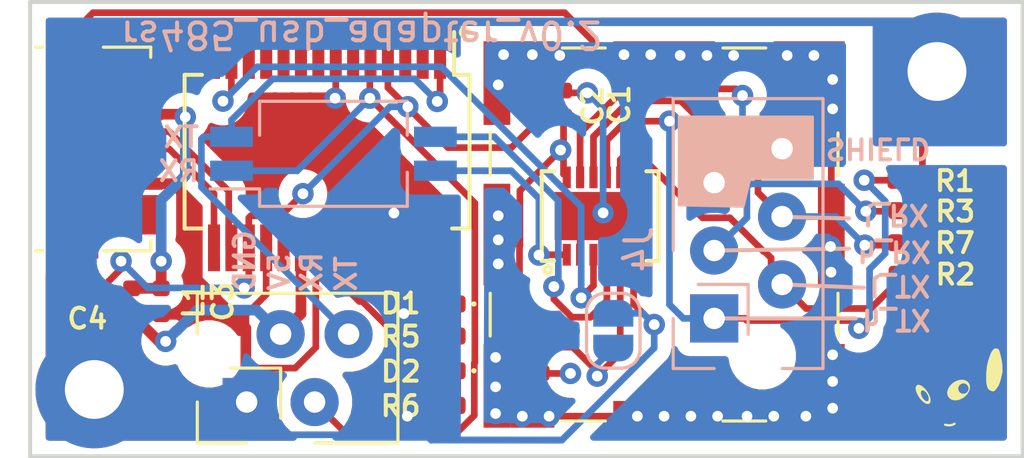
<source format=kicad_pcb>
(kicad_pcb (version 20171130) (host pcbnew 5.1.5-52549c5~84~ubuntu18.04.1)

  (general
    (thickness 1.6)
    (drawings 23)
    (tracks 346)
    (zones 0)
    (modules 27)
    (nets 35)
  )

  (page A4)
  (layers
    (0 F.Cu signal)
    (31 B.Cu signal)
    (32 B.Adhes user)
    (33 F.Adhes user)
    (34 B.Paste user)
    (35 F.Paste user)
    (36 B.SilkS user)
    (37 F.SilkS user)
    (38 B.Mask user)
    (39 F.Mask user)
    (40 Dwgs.User user)
    (41 Cmts.User user)
    (42 Eco1.User user)
    (43 Eco2.User user)
    (44 Edge.Cuts user)
    (45 Margin user)
    (46 B.CrtYd user)
    (47 F.CrtYd user)
    (48 B.Fab user hide)
    (49 F.Fab user hide)
  )

  (setup
    (last_trace_width 0.25)
    (trace_clearance 0.2)
    (zone_clearance 0.508)
    (zone_45_only no)
    (trace_min 0.2)
    (via_size 0.8)
    (via_drill 0.4)
    (via_min_size 0.4)
    (via_min_drill 0.3)
    (uvia_size 0.3)
    (uvia_drill 0.1)
    (uvias_allowed no)
    (uvia_min_size 0.2)
    (uvia_min_drill 0.1)
    (edge_width 0.15)
    (segment_width 0.2)
    (pcb_text_width 0.3)
    (pcb_text_size 1.5 1.5)
    (mod_edge_width 0.15)
    (mod_text_size 1 1)
    (mod_text_width 0.15)
    (pad_size 1.524 1.524)
    (pad_drill 0.762)
    (pad_to_mask_clearance 0.051)
    (solder_mask_min_width 0.25)
    (aux_axis_origin 0 0)
    (visible_elements FFFFFF7F)
    (pcbplotparams
      (layerselection 0x010fc_ffffffff)
      (usegerberextensions false)
      (usegerberattributes false)
      (usegerberadvancedattributes false)
      (creategerberjobfile false)
      (excludeedgelayer true)
      (linewidth 0.100000)
      (plotframeref false)
      (viasonmask false)
      (mode 1)
      (useauxorigin false)
      (hpglpennumber 1)
      (hpglpenspeed 20)
      (hpglpendiameter 15.000000)
      (psnegative false)
      (psa4output false)
      (plotreference true)
      (plotvalue true)
      (plotinvisibletext false)
      (padsonsilk false)
      (subtractmaskfromsilk false)
      (outputformat 1)
      (mirror false)
      (drillshape 0)
      (scaleselection 1)
      (outputdirectory "rs483_usb_adapter_v0.2/"))
  )

  (net 0 "")
  (net 1 +3V3)
  (net 2 SHIELD)
  (net 3 /TX_iso)
  (net 4 "Net-(D1-Pad1)")
  (net 5 "Net-(D2-Pad1)")
  (net 6 /RX_iso)
  (net 7 "Net-(J1-Pad4)")
  (net 8 /DE)
  (net 9 /l_Rx)
  (net 10 /h_Rx)
  (net 11 /l_Tx)
  (net 12 /h_Tx)
  (net 13 /term_te)
  (net 14 /USB_P)
  (net 15 /USB_N)
  (net 16 "Net-(U1-Pad7)")
  (net 17 "Net-(U2-Pad2)")
  (net 18 "Net-(U2-Pad3)")
  (net 19 "Net-(U2-Pad6)")
  (net 20 "Net-(U2-Pad9)")
  (net 21 "Net-(U2-Pad10)")
  (net 22 "Net-(U2-Pad11)")
  (net 23 "Net-(U2-Pad12)")
  (net 24 "Net-(U2-Pad14)")
  (net 25 "Net-(U2-Pad19)")
  (net 26 "Net-(U2-Pad27)")
  (net 27 "Net-(U2-Pad28)")
  (net 28 "Net-(C3-Pad1)")
  (net 29 "Net-(D1-Pad2)")
  (net 30 "Net-(D2-Pad2)")
  (net 31 +5V)
  (net 32 GND)
  (net 33 "Net-(SW1-Pad3)")
  (net 34 "Net-(SW1-Pad4)")

  (net_class Default "This is the default net class."
    (clearance 0.2)
    (trace_width 0.25)
    (via_dia 0.8)
    (via_drill 0.4)
    (uvia_dia 0.3)
    (uvia_drill 0.1)
    (add_net +3V3)
    (add_net /DE)
    (add_net /RX_iso)
    (add_net /TX_iso)
    (add_net /USB_N)
    (add_net /USB_P)
    (add_net /h_Rx)
    (add_net /h_Tx)
    (add_net /l_Rx)
    (add_net /l_Tx)
    (add_net /term_te)
    (add_net GND)
    (add_net "Net-(D1-Pad1)")
    (add_net "Net-(D1-Pad2)")
    (add_net "Net-(D2-Pad1)")
    (add_net "Net-(D2-Pad2)")
    (add_net "Net-(J1-Pad4)")
    (add_net "Net-(SW1-Pad3)")
    (add_net "Net-(SW1-Pad4)")
    (add_net "Net-(U1-Pad7)")
    (add_net "Net-(U2-Pad10)")
    (add_net "Net-(U2-Pad11)")
    (add_net "Net-(U2-Pad12)")
    (add_net "Net-(U2-Pad14)")
    (add_net "Net-(U2-Pad19)")
    (add_net "Net-(U2-Pad2)")
    (add_net "Net-(U2-Pad27)")
    (add_net "Net-(U2-Pad28)")
    (add_net "Net-(U2-Pad3)")
    (add_net "Net-(U2-Pad6)")
    (add_net "Net-(U2-Pad9)")
    (add_net SHIELD)
  )

  (net_class power ""
    (clearance 0.2)
    (trace_width 0.4)
    (via_dia 0.8)
    (via_drill 0.4)
    (uvia_dia 0.3)
    (uvia_drill 0.1)
    (add_net +5V)
    (add_net "Net-(C3-Pad1)")
  )

  (module Capacitor_SMD:C_0402_1005Metric (layer F.Cu) (tedit 5E566BA9) (tstamp 5E6C6753)
    (at 165.04 86.7 90)
    (descr "Capacitor SMD 0402 (1005 Metric), square (rectangular) end terminal, IPC_7351 nominal, (Body size source: http://www.tortai-tech.com/upload/download/2011102023233369053.pdf), generated with kicad-footprint-generator")
    (tags capacitor)
    (path /5D8A1EC5)
    (attr smd)
    (fp_text reference C1 (at -0.04 2.09 270) (layer F.SilkS)
      (effects (font (size 0.75 0.75) (thickness 0.15)))
    )
    (fp_text value 0.1uF (at 3 0.07 270) (layer F.Fab)
      (effects (font (size 1 1) (thickness 0.15)))
    )
    (fp_line (start -0.5 0.25) (end -0.5 -0.25) (layer F.Fab) (width 0.1))
    (fp_line (start -0.5 -0.25) (end 0.5 -0.25) (layer F.Fab) (width 0.1))
    (fp_line (start 0.5 -0.25) (end 0.5 0.25) (layer F.Fab) (width 0.1))
    (fp_line (start 0.5 0.25) (end -0.5 0.25) (layer F.Fab) (width 0.1))
    (fp_line (start -0.93 0.47) (end -0.93 -0.47) (layer F.CrtYd) (width 0.05))
    (fp_line (start -0.93 -0.47) (end 0.93 -0.47) (layer F.CrtYd) (width 0.05))
    (fp_line (start 0.93 -0.47) (end 0.93 0.47) (layer F.CrtYd) (width 0.05))
    (fp_line (start 0.93 0.47) (end -0.93 0.47) (layer F.CrtYd) (width 0.05))
    (fp_text user %R (at 0 0 270) (layer F.Fab)
      (effects (font (size 0.25 0.25) (thickness 0.04)))
    )
    (pad 1 smd roundrect (at -0.485 0 90) (size 0.59 0.64) (layers F.Cu F.Paste F.Mask) (roundrect_rratio 0.25)
      (net 1 +3V3))
    (pad 2 smd roundrect (at 0.485 0 90) (size 0.59 0.64) (layers F.Cu F.Paste F.Mask) (roundrect_rratio 0.25)
      (net 32 GND))
    (model ${KISYS3DMOD}/Capacitor_SMD.3dshapes/C_0402_1005Metric.wrl
      (at (xyz 0 0 0))
      (scale (xyz 1 1 1))
      (rotate (xyz 0 0 0))
    )
  )

  (module Capacitor_SMD:C_0402_1005Metric (layer F.Cu) (tedit 5E566BBF) (tstamp 5E6C6762)
    (at 163.95 86.71 90)
    (descr "Capacitor SMD 0402 (1005 Metric), square (rectangular) end terminal, IPC_7351 nominal, (Body size source: http://www.tortai-tech.com/upload/download/2011102023233369053.pdf), generated with kicad-footprint-generator")
    (tags capacitor)
    (path /5D709E67)
    (attr smd)
    (fp_text reference C2 (at -0.07 2.18 270) (layer F.SilkS)
      (effects (font (size 0.75 0.75) (thickness 0.15)))
    )
    (fp_text value 0.1uF (at 3 0.07 270) (layer F.Fab)
      (effects (font (size 1 1) (thickness 0.15)))
    )
    (fp_text user %R (at 0 0 270) (layer F.Fab)
      (effects (font (size 0.25 0.25) (thickness 0.04)))
    )
    (fp_line (start 0.93 0.47) (end -0.93 0.47) (layer F.CrtYd) (width 0.05))
    (fp_line (start 0.93 -0.47) (end 0.93 0.47) (layer F.CrtYd) (width 0.05))
    (fp_line (start -0.93 -0.47) (end 0.93 -0.47) (layer F.CrtYd) (width 0.05))
    (fp_line (start -0.93 0.47) (end -0.93 -0.47) (layer F.CrtYd) (width 0.05))
    (fp_line (start 0.5 0.25) (end -0.5 0.25) (layer F.Fab) (width 0.1))
    (fp_line (start 0.5 -0.25) (end 0.5 0.25) (layer F.Fab) (width 0.1))
    (fp_line (start -0.5 -0.25) (end 0.5 -0.25) (layer F.Fab) (width 0.1))
    (fp_line (start -0.5 0.25) (end -0.5 -0.25) (layer F.Fab) (width 0.1))
    (pad 2 smd roundrect (at 0.485 0 90) (size 0.59 0.64) (layers F.Cu F.Paste F.Mask) (roundrect_rratio 0.25)
      (net 32 GND))
    (pad 1 smd roundrect (at -0.485 0 90) (size 0.59 0.64) (layers F.Cu F.Paste F.Mask) (roundrect_rratio 0.25)
      (net 1 +3V3))
    (model ${KISYS3DMOD}/Capacitor_SMD.3dshapes/C_0402_1005Metric.wrl
      (at (xyz 0 0 0))
      (scale (xyz 1 1 1))
      (rotate (xyz 0 0 0))
    )
  )

  (module MountingHole:MountingHole_2.2mm_M2_Pad (layer F.Cu) (tedit 5E567556) (tstamp 5E6C6790)
    (at 147.5 97.4)
    (descr "Mounting Hole 2.2mm, M2")
    (tags "mounting hole 2.2mm m2")
    (path /5E5664AB)
    (attr virtual)
    (fp_text reference H1 (at 0 -3.2) (layer F.SilkS) hide
      (effects (font (size 1 1) (thickness 0.15)))
    )
    (fp_text value MountingHole_Pad (at 0 3.2) (layer F.Fab) hide
      (effects (font (size 1 1) (thickness 0.15)))
    )
    (fp_text user %R (at 0.3 0) (layer F.Fab)
      (effects (font (size 1 1) (thickness 0.15)))
    )
    (fp_circle (center 0 0) (end 2.2 0) (layer Cmts.User) (width 0.15))
    (fp_circle (center 0 0) (end 2.45 0) (layer F.CrtYd) (width 0.05))
    (pad 1 thru_hole circle (at 0 0) (size 4.4 4.4) (drill 2.2) (layers *.Cu *.Mask)
      (net 32 GND))
  )

  (module MountingHole:MountingHole_2.2mm_M2_Pad (layer F.Cu) (tedit 5E56754C) (tstamp 5E6C6798)
    (at 179 85.5)
    (descr "Mounting Hole 2.2mm, M2")
    (tags "mounting hole 2.2mm m2")
    (path /5E56643B)
    (attr virtual)
    (fp_text reference H2 (at 0 -3.2) (layer F.SilkS) hide
      (effects (font (size 1 1) (thickness 0.15)))
    )
    (fp_text value MountingHole_Pad (at 0 3.2) (layer F.Fab) hide
      (effects (font (size 1 1) (thickness 0.15)))
    )
    (fp_circle (center 0 0) (end 2.45 0) (layer F.CrtYd) (width 0.05))
    (fp_circle (center 0 0) (end 2.2 0) (layer Cmts.User) (width 0.15))
    (fp_text user %R (at 0.3 0) (layer F.Fab)
      (effects (font (size 1 1) (thickness 0.15)))
    )
    (pad 1 thru_hole circle (at 0 0) (size 4.4 4.4) (drill 2.2) (layers *.Cu *.Mask)
      (net 32 GND))
  )

  (module custom_lib:R1_ear_silk_5.5mm (layer F.Cu) (tedit 5A75A981) (tstamp 5E6C679D)
    (at 179.04 96.64)
    (path /5E567797)
    (fp_text reference H3 (at 0 0) (layer F.SilkS) hide
      (effects (font (size 1.524 1.524) (thickness 0.3)))
    )
    (fp_text value ears (at 0.75 0) (layer F.SilkS) hide
      (effects (font (size 1.524 1.524) (thickness 0.3)))
    )
    (fp_poly (pts (xy 2.178201 -0.770262) (xy 2.198348 -0.768035) (xy 2.215863 -0.764436) (xy 2.231188 -0.758692)
      (xy 2.244766 -0.750029) (xy 2.257039 -0.737676) (xy 2.26845 -0.72086) (xy 2.27944 -0.698807)
      (xy 2.290453 -0.670745) (xy 2.301931 -0.635901) (xy 2.314316 -0.593502) (xy 2.32805 -0.542775)
      (xy 2.343577 -0.482948) (xy 2.344299 -0.480133) (xy 2.361506 -0.407526) (xy 2.37554 -0.335724)
      (xy 2.386689 -0.262557) (xy 2.395238 -0.18585) (xy 2.401474 -0.103431) (xy 2.405609 -0.01524)
      (xy 2.406717 0.018405) (xy 2.407222 0.044525) (xy 2.406933 0.065749) (xy 2.405658 0.084703)
      (xy 2.403208 0.104014) (xy 2.399391 0.126309) (xy 2.394016 0.154217) (xy 2.392872 0.16002)
      (xy 2.376391 0.238711) (xy 2.358865 0.313406) (xy 2.340546 0.383339) (xy 2.321687 0.447741)
      (xy 2.302541 0.505845) (xy 2.283359 0.556882) (xy 2.264394 0.600085) (xy 2.2459 0.634686)
      (xy 2.228657 0.659293) (xy 2.217953 0.672749) (xy 2.203677 0.691717) (xy 2.187975 0.713311)
      (xy 2.177487 0.728152) (xy 2.151986 0.762275) (xy 2.128222 0.789201) (xy 2.106922 0.808184)
      (xy 2.089823 0.818106) (xy 2.077848 0.820698) (xy 2.060149 0.822358) (xy 2.045639 0.822712)
      (xy 2.029049 0.821866) (xy 2.013769 0.819024) (xy 1.996746 0.813303) (xy 1.974929 0.803818)
      (xy 1.96596 0.799618) (xy 1.943192 0.787894) (xy 1.921706 0.775181) (xy 1.904652 0.763418)
      (xy 1.898199 0.757955) (xy 1.875298 0.72971) (xy 1.855228 0.691883) (xy 1.837972 0.64442)
      (xy 1.823507 0.587269) (xy 1.814959 0.54102) (xy 1.812442 0.523764) (xy 1.810422 0.505587)
      (xy 1.808848 0.485174) (xy 1.807672 0.461208) (xy 1.806843 0.432375) (xy 1.806312 0.397359)
      (xy 1.806029 0.354844) (xy 1.805945 0.303516) (xy 1.805945 0.30226) (xy 1.806068 0.245778)
      (xy 1.806514 0.197431) (xy 1.807403 0.155192) (xy 1.808857 0.117037) (xy 1.810997 0.080942)
      (xy 1.813942 0.044882) (xy 1.817814 0.006833) (xy 1.822734 -0.035231) (xy 1.828823 -0.083333)
      (xy 1.829068 -0.085222) (xy 1.838126 -0.142246) (xy 1.850976 -0.204701) (xy 1.867031 -0.270699)
      (xy 1.885706 -0.338352) (xy 1.906413 -0.405773) (xy 1.928565 -0.471073) (xy 1.951577 -0.532365)
      (xy 1.974862 -0.587761) (xy 1.997832 -0.635374) (xy 2.00303 -0.645063) (xy 2.030897 -0.689165)
      (xy 2.061983 -0.726483) (xy 2.062588 -0.727104) (xy 2.08538 -0.748381) (xy 2.106068 -0.762098)
      (xy 2.127763 -0.769417) (xy 2.153575 -0.771498) (xy 2.178201 -0.770262)) (layer F.SilkS) (width 0.01))
  )

  (module custom_lib:R1_eyes_mask_5.5mm (layer F.Cu) (tedit 5D5A8000) (tstamp 5E6C67A4)
    (at 179.04 96.64)
    (path /5E5677FE)
    (fp_text reference H4 (at 0 -2.54) (layer F.SilkS) hide
      (effects (font (size 1.524 1.524) (thickness 0.3)))
    )
    (fp_text value eyes (at 0.75 -2.54) (layer F.SilkS) hide
      (effects (font (size 1.524 1.524) (thickness 0.3)))
    )
    (fp_poly (pts (xy 0.918423 0.401777) (xy 0.956263 0.405066) (xy 0.976759 0.408897) (xy 1.02839 0.425874)
      (xy 1.07306 0.449654) (xy 1.110646 0.479527) (xy 1.141024 0.514781) (xy 1.164071 0.554703)
      (xy 1.179661 0.598583) (xy 1.187672 0.645708) (xy 1.18798 0.695366) (xy 1.180461 0.746846)
      (xy 1.16499 0.799436) (xy 1.141445 0.852424) (xy 1.109701 0.905099) (xy 1.071669 0.954398)
      (xy 1.022024 1.005506) (xy 0.967034 1.050255) (xy 0.907863 1.088142) (xy 0.845678 1.118666)
      (xy 0.781645 1.141325) (xy 0.716929 1.155617) (xy 0.652695 1.161041) (xy 0.598218 1.158169)
      (xy 0.543393 1.147107) (xy 0.494297 1.128036) (xy 0.451371 1.101148) (xy 0.432887 1.085333)
      (xy 0.40114 1.051436) (xy 0.378 1.016962) (xy 0.362118 0.97932) (xy 0.352141 0.935916)
      (xy 0.350986 0.928145) (xy 0.348426 0.873755) (xy 0.355286 0.818691) (xy 0.370934 0.763752)
      (xy 0.384275 0.733475) (xy 0.749164 0.733475) (xy 0.751545 0.755112) (xy 0.764506 0.799304)
      (xy 0.785689 0.838657) (xy 0.814198 0.872122) (xy 0.849137 0.898653) (xy 0.88961 0.917204)
      (xy 0.890453 0.917481) (xy 0.910411 0.92146) (xy 0.937461 0.923152) (xy 0.955684 0.922976)
      (xy 0.979938 0.921571) (xy 0.998324 0.918634) (xy 1.015122 0.913176) (xy 1.03269 0.905155)
      (xy 1.069679 0.881788) (xy 1.100282 0.851948) (xy 1.123754 0.817048) (xy 1.139349 0.778504)
      (xy 1.146322 0.737728) (xy 1.143925 0.696134) (xy 1.14367 0.694722) (xy 1.130966 0.652824)
      (xy 1.109644 0.614438) (xy 1.080985 0.581215) (xy 1.04627 0.554806) (xy 1.027445 0.544858)
      (xy 0.997518 0.53535) (xy 0.962396 0.530786) (xy 0.92579 0.531225) (xy 0.891413 0.536724)
      (xy 0.873531 0.542426) (xy 0.838383 0.561486) (xy 0.807691 0.587944) (xy 0.78244 0.620087)
      (xy 0.763613 0.656199) (xy 0.752193 0.694567) (xy 0.749164 0.733475) (xy 0.384275 0.733475)
      (xy 0.394736 0.709736) (xy 0.426061 0.657441) (xy 0.464274 0.607666) (xy 0.508745 0.561207)
      (xy 0.55884 0.518864) (xy 0.613926 0.481434) (xy 0.67337 0.449716) (xy 0.736541 0.424507)
      (xy 0.754886 0.418701) (xy 0.791263 0.410238) (xy 0.832757 0.404503) (xy 0.876199 0.401636)
      (xy 0.918423 0.401777)) (layer F.SilkS) (width 0.01))
    (fp_poly (pts (xy -0.706335 0.5924) (xy -0.688801 0.594815) (xy -0.672121 0.600076) (xy -0.653322 0.608404)
      (xy -0.603456 0.63681) (xy -0.553972 0.674026) (xy -0.505814 0.718713) (xy -0.459923 0.769536)
      (xy -0.417243 0.825158) (xy -0.378715 0.884244) (xy -0.345283 0.945456) (xy -0.317888 1.007459)
      (xy -0.297474 1.068917) (xy -0.284982 1.128492) (xy -0.284619 1.131129) (xy -0.281851 1.174196)
      (xy -0.285544 1.212257) (xy -0.295407 1.244427) (xy -0.311147 1.269822) (xy -0.332475 1.287556)
      (xy -0.336813 1.289832) (xy -0.364781 1.298318) (xy -0.396591 1.299581) (xy -0.428811 1.293488)
      (xy -0.42926 1.293346) (xy -0.472797 1.275057) (xy -0.51773 1.247842) (xy -0.563119 1.212665)
      (xy -0.608024 1.170487) (xy -0.651505 1.122272) (xy -0.692622 1.068982) (xy -0.730435 1.011579)
      (xy -0.764004 0.951026) (xy -0.76446 0.950119) (xy -0.789819 0.895845) (xy -0.798289 0.873574)
      (xy -0.644716 0.873574) (xy -0.644457 0.901315) (xy -0.641879 0.929311) (xy -0.637433 0.952702)
      (xy -0.627593 0.982865) (xy -0.613001 1.017156) (xy -0.595465 1.051944) (xy -0.576792 1.083596)
      (xy -0.561618 1.105022) (xy -0.530105 1.140806) (xy -0.498848 1.168895) (xy -0.468494 1.189)
      (xy -0.439691 1.200834) (xy -0.413087 1.204109) (xy -0.38933 1.198538) (xy -0.373867 1.188466)
      (xy -0.359233 1.171999) (xy -0.349981 1.152003) (xy -0.345394 1.126313) (xy -0.344598 1.100316)
      (xy -0.348416 1.061085) (xy -0.358413 1.020767) (xy -0.373735 0.980451) (xy -0.393534 0.941228)
      (xy -0.416958 0.904188) (xy -0.443156 0.870421) (xy -0.471277 0.841018) (xy -0.500471 0.817069)
      (xy -0.529887 0.799664) (xy -0.558674 0.789894) (xy -0.585981 0.788849) (xy -0.587479 0.789075)
      (xy -0.609774 0.79761) (xy -0.62813 0.814429) (xy -0.638195 0.831686) (xy -0.642635 0.849295)
      (xy -0.644716 0.873574) (xy -0.798289 0.873574) (xy -0.808495 0.846742) (xy -0.821044 0.80085)
      (xy -0.82802 0.756209) (xy -0.829976 0.71882) (xy -0.829853 0.693734) (xy -0.828644 0.67578)
      (xy -0.825892 0.66195) (xy -0.821139 0.649235) (xy -0.818557 0.643751) (xy -0.807788 0.626421)
      (xy -0.794329 0.610733) (xy -0.788529 0.605651) (xy -0.778226 0.598608) (xy -0.768127 0.594452)
      (xy -0.755061 0.592443) (xy -0.735855 0.591838) (xy -0.729359 0.59182) (xy -0.706335 0.5924)) (layer F.SilkS) (width 0.01))
    (fp_poly (pts (xy 0.624692 2.03183) (xy 0.628884 2.037238) (xy 0.629842 2.045434) (xy 0.625424 2.050854)
      (xy 0.613375 2.05871) (xy 0.595655 2.068093) (xy 0.574225 2.07809) (xy 0.551046 2.087791)
      (xy 0.528078 2.096284) (xy 0.507282 2.102659) (xy 0.505917 2.103013) (xy 0.462856 2.110486)
      (xy 0.414361 2.11286) (xy 0.363785 2.110138) (xy 0.3175 2.102965) (xy 0.2902 2.097186)
      (xy 0.271309 2.092973) (xy 0.259286 2.08984) (xy 0.252588 2.087302) (xy 0.249673 2.084876)
      (xy 0.248999 2.082076) (xy 0.248997 2.081433) (xy 0.250026 2.073727) (xy 0.253898 2.069084)
      (xy 0.26214 2.067369) (xy 0.276276 2.068449) (xy 0.297832 2.07219) (xy 0.31496 2.075657)
      (xy 0.373922 2.085109) (xy 0.427388 2.087441) (xy 0.477312 2.082442) (xy 0.525646 2.069901)
      (xy 0.574342 2.049609) (xy 0.579221 2.047188) (xy 0.601207 2.036758) (xy 0.615915 2.031654)
      (xy 0.624692 2.03183)) (layer F.SilkS) (width 0.06))
  )

  (module custom_lib:R1_face_mask_5.5mm (layer F.Cu) (tedit 5A75A9C8) (tstamp 5E6C67AB)
    (at 179.04 96.64)
    (path /5E56784C)
    (fp_text reference H5 (at 0 0) (layer F.SilkS) hide
      (effects (font (size 1.524 1.524) (thickness 0.3)))
    )
    (fp_text value face (at 0.75 0) (layer F.SilkS) hide
      (effects (font (size 1.524 1.524) (thickness 0.3)))
    )
    (fp_poly (pts (xy 0.963667 0.651102) (xy 0.976744 0.654493) (xy 0.988048 0.661622) (xy 0.990392 0.663545)
      (xy 1.009692 0.685382) (xy 1.019619 0.709859) (xy 1.019926 0.735768) (xy 1.010441 0.761765)
      (xy 0.996012 0.780859) (xy 0.977537 0.792325) (xy 0.953024 0.79721) (xy 0.942228 0.79756)
      (xy 0.924829 0.796947) (xy 0.913155 0.793934) (xy 0.902794 0.786758) (xy 0.893903 0.778259)
      (xy 0.877278 0.755369) (xy 0.869936 0.730434) (xy 0.871832 0.705206) (xy 0.882919 0.681436)
      (xy 0.896859 0.665951) (xy 0.908713 0.656754) (xy 0.92003 0.652033) (xy 0.93513 0.650369)
      (xy 0.944667 0.65024) (xy 0.963667 0.651102)) (layer F.Mask) (width 0.01))
    (fp_poly (pts (xy -0.475534 0.929926) (xy -0.460446 0.941333) (xy -0.458211 0.94361) (xy -0.442003 0.964076)
      (xy -0.428697 0.987188) (xy -0.418605 1.011348) (xy -0.412039 1.03496) (xy -0.409309 1.056426)
      (xy -0.410726 1.07415) (xy -0.416603 1.086535) (xy -0.42725 1.091983) (xy -0.42926 1.092103)
      (xy -0.436681 1.08969) (xy -0.448182 1.083702) (xy -0.449903 1.082671) (xy -0.466901 1.067908)
      (xy -0.482633 1.046401) (xy -0.496083 1.020683) (xy -0.506236 0.993289) (xy -0.512079 0.966754)
      (xy -0.512595 0.943613) (xy -0.509997 0.932595) (xy -0.502578 0.925074) (xy -0.490334 0.924345)
      (xy -0.475534 0.929926)) (layer F.Mask) (width 0.01))
    (fp_poly (pts (xy 0.111411 -2.752342) (xy 0.160303 -2.750966) (xy 0.201791 -2.748773) (xy 0.204248 -2.748596)
      (xy 0.37073 -2.731383) (xy 0.534856 -2.704381) (xy 0.696263 -2.667764) (xy 0.854589 -2.621703)
      (xy 1.00947 -2.566372) (xy 1.160545 -2.501944) (xy 1.307451 -2.42859) (xy 1.449824 -2.346485)
      (xy 1.587304 -2.255801) (xy 1.719526 -2.15671) (xy 1.846128 -2.049386) (xy 1.966748 -1.934001)
      (xy 2.011488 -1.887494) (xy 2.122388 -1.762198) (xy 2.224852 -1.63132) (xy 2.318766 -1.495106)
      (xy 2.404014 -1.353803) (xy 2.480485 -1.207656) (xy 2.548064 -1.056909) (xy 2.606637 -0.90181)
      (xy 2.65609 -0.742604) (xy 2.69631 -0.579535) (xy 2.727184 -0.412851) (xy 2.741027 -0.31242)
      (xy 2.743688 -0.284386) (xy 2.746056 -0.247842) (xy 2.748107 -0.204435) (xy 2.749818 -0.155812)
      (xy 2.751168 -0.103621) (xy 2.752131 -0.049507) (xy 2.752687 0.004881) (xy 2.75281 0.057898)
      (xy 2.752479 0.107897) (xy 2.751671 0.153229) (xy 2.750362 0.19225) (xy 2.748529 0.223311)
      (xy 2.748521 0.223409) (xy 2.730425 0.387738) (xy 2.702523 0.549947) (xy 2.665024 0.709636)
      (xy 2.618137 0.866405) (xy 2.562068 1.019853) (xy 2.497026 1.16958) (xy 2.42322 1.315186)
      (xy 2.340858 1.456271) (xy 2.250147 1.592433) (xy 2.151295 1.723273) (xy 2.044512 1.848391)
      (xy 1.930005 1.967385) (xy 1.807982 2.079856) (xy 1.763827 2.117365) (xy 1.632339 2.220164)
      (xy 1.495556 2.31437) (xy 1.35382 2.399844) (xy 1.207475 2.476444) (xy 1.056863 2.54403)
      (xy 0.902328 2.602462) (xy 0.744213 2.651599) (xy 0.582861 2.6913) (xy 0.418615 2.721425)
      (xy 0.251818 2.741834) (xy 0.23622 2.74323) (xy 0.204605 2.745421) (xy 0.165273 2.747283)
      (xy 0.120337 2.748791) (xy 0.071909 2.749916) (xy 0.022102 2.750634) (xy -0.026971 2.750917)
      (xy -0.073198 2.75074) (xy -0.114466 2.750076) (xy -0.148662 2.748899) (xy -0.161306 2.748187)
      (xy -0.330938 2.732042) (xy -0.497622 2.706308) (xy -0.661092 2.671099) (xy -0.821084 2.626529)
      (xy -0.977333 2.572712) (xy -1.129573 2.509763) (xy -1.277539 2.437796) (xy -1.420967 2.356925)
      (xy -1.559592 2.267265) (xy -1.693148 2.168929) (xy -1.82137 2.062031) (xy -1.882731 2.006036)
      (xy -2.001121 1.887867) (xy -2.111521 1.763571) (xy -2.213759 1.63351) (xy -2.307662 1.498048)
      (xy -2.393057 1.357546) (xy -2.469771 1.212369) (xy -2.53763 1.06288) (xy -2.596463 0.909441)
      (xy -2.646096 0.752416) (xy -2.686356 0.592168) (xy -2.71707 0.42906) (xy -2.738065 0.263454)
      (xy -2.743516 0.199168) (xy -2.745765 0.158243) (xy -2.747194 0.109784) (xy -2.747842 0.055741)
      (xy -2.747746 -0.001935) (xy -2.747155 -0.04572) (xy -1.064134 -0.04572) (xy -1.063913 0.014867)
      (xy -1.0632 0.067255) (xy -1.061846 0.113398) (xy -1.059704 0.155249) (xy -1.056624 0.194763)
      (xy -1.052459 0.233895) (xy -1.047061 0.274598) (xy -1.040281 0.318827) (xy -1.033317 0.36068)
      (xy -1.008679 0.485767) (xy -0.976828 0.615784) (xy -0.938356 0.749155) (xy -0.893854 0.884306)
      (xy -0.843915 1.01966) (xy -0.789131 1.153644) (xy -0.730093 1.284683) (xy -0.667395 1.411201)
      (xy -0.601627 1.531623) (xy -0.577862 1.57226) (xy -0.55215 1.61415) (xy -0.527608 1.65107)
      (xy -0.502542 1.685163) (xy -0.475261 1.718577) (xy -0.444073 1.753455) (xy -0.407286 1.791944)
      (xy -0.393763 1.805668) (xy -0.325461 1.872063) (xy -0.259968 1.930339) (xy -0.19582 1.981594)
      (xy -0.131555 2.026927) (xy -0.065708 2.067436) (xy 0.003183 2.10422) (xy 0.005625 2.105432)
      (xy 0.072865 2.136631) (xy 0.140523 2.163591) (xy 0.209818 2.186574) (xy 0.281972 2.205841)
      (xy 0.358208 2.221653) (xy 0.439746 2.234271) (xy 0.527807 2.243955) (xy 0.623614 2.250968)
      (xy 0.704301 2.254743) (xy 0.718468 2.254065) (xy 0.739174 2.251605) (xy 0.763042 2.247805)
      (xy 0.776346 2.245295) (xy 0.882126 2.218969) (xy 0.986227 2.182724) (xy 1.08874 2.13652)
      (xy 1.189759 2.080316) (xy 1.268715 2.028715) (xy 1.304948 2.002443) (xy 1.345856 1.971048)
      (xy 1.390005 1.935764) (xy 1.435964 1.897826) (xy 1.482299 1.858467) (xy 1.527577 1.818921)
      (xy 1.570365 1.780423) (xy 1.60923 1.744207) (xy 1.64274 1.711506) (xy 1.669357 1.683669)
      (xy 1.719078 1.626571) (xy 1.768026 1.565833) (xy 1.815342 1.502772) (xy 1.860168 1.438702)
      (xy 1.901646 1.374939) (xy 1.938916 1.3128) (xy 1.97112 1.2536) (xy 1.997399 1.198654)
      (xy 2.015547 1.15316) (xy 2.027166 1.116683) (xy 2.033669 1.08692) (xy 2.035291 1.061946)
      (xy 2.032266 1.039838) (xy 2.030229 1.032655) (xy 2.021899 0.999183) (xy 2.015174 0.95585)
      (xy 2.010045 0.902582) (xy 2.008557 0.88048) (xy 2.006914 0.857285) (xy 2.005091 0.837827)
      (xy 2.003327 0.824354) (xy 2.002048 0.819279) (xy 1.995985 0.815091) (xy 1.983461 0.808816)
      (xy 1.971213 0.803494) (xy 1.935191 0.785805) (xy 1.90505 0.764111) (xy 1.880055 0.737333)
      (xy 1.859472 0.704396) (xy 1.842567 0.664221) (xy 1.828606 0.615733) (xy 1.821731 0.5842)
      (xy 1.813109 0.529984) (xy 1.806872 0.467299) (xy 1.803003 0.397547) (xy 1.801488 0.322131)
      (xy 1.80231 0.242453) (xy 1.805454 0.159917) (xy 1.810904 0.075924) (xy 1.818644 -0.008122)
      (xy 1.828658 -0.090819) (xy 1.829391 -0.096143) (xy 1.837683 -0.147379) (xy 1.848851 -0.201477)
      (xy 1.863299 -0.260119) (xy 1.881436 -0.324988) (xy 1.897507 -0.378106) (xy 1.908001 -0.413404)
      (xy 1.914749 -0.439777) (xy 1.917856 -0.457702) (xy 1.91763 -0.467006) (xy 1.916992 -0.474183)
      (xy 1.916273 -0.490661) (xy 1.91549 -0.515578) (xy 1.914662 -0.548074) (xy 1.913807 -0.587292)
      (xy 1.912943 -0.632369) (xy 1.912087 -0.682447) (xy 1.911258 -0.736665) (xy 1.910474 -0.794164)
      (xy 1.910024 -0.83058) (xy 1.909099 -0.905134) (xy 1.908178 -0.970564) (xy 1.907209 -1.027906)
      (xy 1.906143 -1.078198) (xy 1.904928 -1.122475) (xy 1.903514 -1.161772) (xy 1.901851 -1.197128)
      (xy 1.899886 -1.229578) (xy 1.89757 -1.260157) (xy 1.894853 -1.289903) (xy 1.891682 -1.319852)
      (xy 1.888009 -1.351039) (xy 1.883781 -1.384502) (xy 1.882415 -1.395005) (xy 1.87345 -1.457467)
      (xy 1.862637 -1.522818) (xy 1.850663 -1.587228) (xy 1.838216 -1.646869) (xy 1.833201 -1.66878)
      (xy 1.827194 -1.69426) (xy 1.821859 -1.716922) (xy 1.817719 -1.734535) (xy 1.8153 -1.744865)
      (xy 1.815099 -1.745727) (xy 1.809514 -1.755404) (xy 1.79677 -1.76986) (xy 1.778059 -1.788088)
      (xy 1.754573 -1.80908) (xy 1.727505 -1.83183) (xy 1.698047 -1.855329) (xy 1.667391 -1.87857)
      (xy 1.636729 -1.900546) (xy 1.6129 -1.916602) (xy 1.519663 -1.971439) (xy 1.420366 -2.018335)
      (xy 1.314885 -2.057335) (xy 1.203099 -2.088485) (xy 1.084885 -2.111827) (xy 1.07442 -2.113471)
      (xy 1.029797 -2.119006) (xy 0.977546 -2.123267) (xy 0.920123 -2.126211) (xy 0.859984 -2.127792)
      (xy 0.799587 -2.127964) (xy 0.741389 -2.126684) (xy 0.687846 -2.123906) (xy 0.65532 -2.121136)
      (xy 0.518305 -2.103124) (xy 0.386889 -2.077752) (xy 0.261374 -2.045137) (xy 0.142065 -2.005393)
      (xy 0.029262 -1.958638) (xy -0.07673 -1.904986) (xy -0.175609 -1.844553) (xy -0.267072 -1.777456)
      (xy -0.287693 -1.760535) (xy -0.320882 -1.731516) (xy -0.353274 -1.700572) (xy -0.386365 -1.66613)
      (xy -0.421651 -1.626622) (xy -0.460628 -1.580476) (xy -0.469483 -1.56972) (xy -0.573094 -1.437268)
      (xy -0.666621 -1.304813) (xy -0.750142 -1.172203) (xy -0.823732 -1.039284) (xy -0.887467 -0.905902)
      (xy -0.941423 -0.771902) (xy -0.985676 -0.637133) (xy -1.020303 -0.501439) (xy -1.035661 -0.42418)
      (xy -1.043138 -0.381036) (xy -1.049213 -0.342439) (xy -1.054025 -0.306548) (xy -1.057713 -0.271523)
      (xy -1.060415 -0.235523) (xy -1.06227 -0.196709) (xy -1.063415 -0.153238) (xy -1.063991 -0.103271)
      (xy -1.064134 -0.04572) (xy -2.747155 -0.04572) (xy -2.746944 -0.061296) (xy -2.745474 -0.120389)
      (xy -2.743376 -0.177265) (xy -2.740686 -0.229973) (xy -2.737444 -0.276563) (xy -2.733686 -0.315085)
      (xy -2.733418 -0.31732) (xy -2.707944 -0.486852) (xy -2.673272 -0.652074) (xy -2.629371 -0.813062)
      (xy -2.576208 -0.969888) (xy -2.513751 -1.122626) (xy -2.44197 -1.27135) (xy -2.360831 -1.416134)
      (xy -2.270303 -1.557052) (xy -2.170354 -1.694178) (xy -2.102843 -1.778282) (xy -2.077746 -1.807266)
      (xy -2.04654 -1.841436) (xy -2.010746 -1.879272) (xy -1.971884 -1.919253) (xy -1.931477 -1.959857)
      (xy -1.891045 -1.999562) (xy -1.85211 -2.036849) (xy -1.816192 -2.070195) (xy -1.784814 -2.09808)
      (xy -1.773202 -2.107923) (xy -1.656874 -2.200237) (xy -1.539865 -2.283925) (xy -1.420014 -2.360414)
      (xy -1.295164 -2.43113) (xy -1.24206 -2.45877) (xy -1.096799 -2.527483) (xy -0.949547 -2.586924)
      (xy -0.799455 -2.63735) (xy -0.645676 -2.679016) (xy -0.48736 -2.712177) (xy -0.323658 -2.737089)
      (xy -0.31224 -2.738498) (xy -0.274326 -2.742289) (xy -0.228213 -2.745567) (xy -0.175852 -2.748295)
      (xy -0.119194 -2.750434) (xy -0.060188 -2.751946) (xy -0.000785 -2.752794) (xy 0.057065 -2.752938)
      (xy 0.111411 -2.752342)) (layer F.Mask) (width 0.01))
  )

  (module Connector_USB:USB_Micro-B_Molex_47346-0001 (layer F.Cu) (tedit 5E566B8C) (tstamp 5E6C67CB)
    (at 147.9 88.4 270)
    (descr "Micro USB B receptable with flange, bottom-mount, SMD, right-angle (http://www.molex.com/pdm_docs/sd/473460001_sd.pdf)")
    (tags "Micro B USB SMD")
    (path /5D0B63B6)
    (attr smd)
    (fp_text reference J1 (at 0 -3.3 90) (layer F.SilkS) hide
      (effects (font (size 1 1) (thickness 0.15)))
    )
    (fp_text value USB_OTG (at 0 4.6 90) (layer F.Fab)
      (effects (font (size 1 1) (thickness 0.15)))
    )
    (fp_text user "PCB Edge" (at 0 2.67 90) (layer Dwgs.User)
      (effects (font (size 0.4 0.4) (thickness 0.04)))
    )
    (fp_text user %R (at 0 1.2 270) (layer F.Fab)
      (effects (font (size 1 1) (thickness 0.15)))
    )
    (fp_line (start 3.81 -1.71) (end 3.43 -1.71) (layer F.SilkS) (width 0.12))
    (fp_line (start 4.6 3.9) (end -4.6 3.9) (layer F.CrtYd) (width 0.05))
    (fp_line (start 4.6 -2.7) (end 4.6 3.9) (layer F.CrtYd) (width 0.05))
    (fp_line (start -4.6 -2.7) (end 4.6 -2.7) (layer F.CrtYd) (width 0.05))
    (fp_line (start -4.6 3.9) (end -4.6 -2.7) (layer F.CrtYd) (width 0.05))
    (fp_line (start 3.75 3.35) (end -3.75 3.35) (layer F.Fab) (width 0.1))
    (fp_line (start 3.75 -1.65) (end 3.75 3.35) (layer F.Fab) (width 0.1))
    (fp_line (start -3.75 -1.65) (end 3.75 -1.65) (layer F.Fab) (width 0.1))
    (fp_line (start -3.75 3.35) (end -3.75 -1.65) (layer F.Fab) (width 0.1))
    (fp_line (start 3.81 2.34) (end 3.81 2.6) (layer F.SilkS) (width 0.12))
    (fp_line (start 3.81 -1.71) (end 3.81 0.06) (layer F.SilkS) (width 0.12))
    (fp_line (start -3.81 -1.71) (end -3.43 -1.71) (layer F.SilkS) (width 0.12))
    (fp_line (start -3.81 0.06) (end -3.81 -1.71) (layer F.SilkS) (width 0.12))
    (fp_line (start -3.81 2.6) (end -3.81 2.34) (layer F.SilkS) (width 0.12))
    (fp_line (start -3.25 2.65) (end 3.25 2.65) (layer F.Fab) (width 0.1))
    (pad 1 smd rect (at -1.3 -1.46 270) (size 0.45 1.38) (layers F.Cu F.Paste F.Mask)
      (net 28 "Net-(C3-Pad1)"))
    (pad 2 smd rect (at -0.65 -1.46 270) (size 0.45 1.38) (layers F.Cu F.Paste F.Mask)
      (net 15 /USB_N))
    (pad 3 smd rect (at 0 -1.46 270) (size 0.45 1.38) (layers F.Cu F.Paste F.Mask)
      (net 14 /USB_P))
    (pad 4 smd rect (at 0.65 -1.46 270) (size 0.45 1.38) (layers F.Cu F.Paste F.Mask)
      (net 7 "Net-(J1-Pad4)"))
    (pad 5 smd rect (at 1.3 -1.46 270) (size 0.45 1.38) (layers F.Cu F.Paste F.Mask)
      (net 32 GND))
    (pad 6 smd rect (at -2.4625 -1.1 270) (size 1.475 2.1) (layers F.Cu F.Paste F.Mask)
      (net 2 SHIELD))
    (pad 6 smd rect (at 2.4625 -1.1 270) (size 1.475 2.1) (layers F.Cu F.Paste F.Mask)
      (net 2 SHIELD))
    (pad 6 smd rect (at -2.91 1.2 270) (size 2.375 1.9) (layers F.Cu F.Paste F.Mask)
      (net 2 SHIELD))
    (pad 6 smd rect (at 2.91 1.2 270) (size 2.375 1.9) (layers F.Cu F.Paste F.Mask)
      (net 2 SHIELD))
    (pad 6 smd rect (at -0.84 1.2 270) (size 1.175 1.9) (layers F.Cu F.Paste F.Mask)
      (net 2 SHIELD))
    (pad 6 smd rect (at 0.84 1.2 270) (size 1.175 1.9) (layers F.Cu F.Paste F.Mask)
      (net 2 SHIELD))
    (model ${KISYS3DMOD}/Connector_USB.3dshapes/USB_Micro-B_Molex_47346-0001.wrl
      (at (xyz 0 0 0))
      (scale (xyz 1 1 1))
      (rotate (xyz 0 0 0))
    )
  )

  (module RF_Shielding:Laird_Technologies_BMI-S-201-F_13.66x12.70mm (layer F.Cu) (tedit 5E567578) (tstamp 5E6C67F4)
    (at 168.8 91.6)
    (descr "Laird Technologies BMI-S-201-F Shielding Cabinet Two Piece SMD 13.66x12.70mm (https://assets.lairdtech.com/home/brandworld/files/Board%20Level%20Shields%20Catalog%20Download.pdf)")
    (tags "Shielding Cabinet")
    (path /5DC170DD)
    (attr smd)
    (fp_text reference J2 (at 0 -8.23) (layer F.SilkS) hide
      (effects (font (size 1 1) (thickness 0.15)))
    )
    (fp_text value RF_Shield_Two_Pieces (at 0 8.23) (layer F.Fab) hide
      (effects (font (size 1 1) (thickness 0.15)))
    )
    (fp_text user %R (at -0.8 -0.4) (layer F.Fab)
      (effects (font (size 1 1) (thickness 0.15)))
    )
    (fp_line (start 5.5 -5.98) (end 5.5 5.98) (layer F.CrtYd) (width 0.05))
    (fp_line (start -5.5 -5.98) (end -5.5 5.98) (layer F.CrtYd) (width 0.05))
    (fp_line (start 5.5 5.98) (end -5.5 5.98) (layer F.CrtYd) (width 0.05))
    (fp_line (start 5.5 -5.98) (end -5.5 -5.98) (layer F.CrtYd) (width 0.05))
    (fp_line (start -7 -7.5) (end -7 7.5) (layer F.CrtYd) (width 0.05))
    (fp_line (start -7 7.5) (end 7 7.5) (layer F.CrtYd) (width 0.05))
    (fp_line (start 7 7.5) (end 7 -7.5) (layer F.CrtYd) (width 0.05))
    (fp_line (start 7 -7.5) (end -7 -7.5) (layer F.CrtYd) (width 0.05))
    (fp_line (start -6.35 -6.83) (end -6.35 6.83) (layer F.Fab) (width 0.1))
    (fp_line (start -6.35 6.83) (end 6.35 6.83) (layer F.Fab) (width 0.1))
    (fp_line (start 6.35 6.83) (end 6.35 -6.83) (layer F.Fab) (width 0.1))
    (fp_line (start 6.35 -6.83) (end -6.35 -6.83) (layer F.Fab) (width 0.1))
    (fp_line (start -3.8 -6.98) (end -2.2 -6.98) (layer F.SilkS) (width 0.12))
    (fp_line (start -3.8 6.98) (end -2.2 6.98) (layer F.SilkS) (width 0.12))
    (fp_line (start 2.2 -6.98) (end 3.8 -6.98) (layer F.SilkS) (width 0.12))
    (fp_line (start 2.2 6.98) (end 3.8 6.98) (layer F.SilkS) (width 0.12))
    (fp_line (start -6.5 -3.8) (end -6.5 -2.2) (layer F.SilkS) (width 0.12))
    (fp_line (start 6.5 -3.8) (end 6.5 -2.2) (layer F.SilkS) (width 0.12))
    (fp_line (start -6.5 2.2) (end -6.5 3.8) (layer F.SilkS) (width 0.12))
    (fp_line (start 6.5 2.2) (end 6.5 3.8) (layer F.SilkS) (width 0.12))
    (pad 1 smd rect (at -6.25 -6.73) (size 1 1) (layers F.Cu F.Paste F.Mask)
      (net 2 SHIELD))
    (pad 1 smd rect (at 6.25 -6.73) (size 1 1) (layers F.Cu F.Paste F.Mask)
      (net 2 SHIELD))
    (pad 1 smd rect (at 6.25 6.73) (size 1 1) (layers F.Cu F.Paste F.Mask)
      (net 2 SHIELD))
    (pad 1 smd rect (at -6.25 6.73) (size 1 1) (layers F.Cu F.Paste F.Mask)
      (net 2 SHIELD))
    (pad 1 smd rect (at -4.925 -6.73) (size 1.65 1) (layers F.Cu F.Paste F.Mask)
      (net 2 SHIELD))
    (pad 1 smd rect (at -4.925 6.73) (size 1.65 1) (layers F.Cu F.Paste F.Mask)
      (net 2 SHIELD))
    (pad 1 smd rect (at 0 -6.73) (size 3.8 1) (layers F.Cu F.Paste F.Mask)
      (net 2 SHIELD))
    (pad 1 smd rect (at 0 6.73) (size 3.8 1) (layers F.Cu F.Paste F.Mask)
      (net 2 SHIELD))
    (pad 1 smd rect (at 4.925 -6.73) (size 1.65 1) (layers F.Cu F.Paste F.Mask)
      (net 2 SHIELD))
    (pad 1 smd rect (at 4.925 6.73) (size 1.65 1) (layers F.Cu F.Paste F.Mask)
      (net 2 SHIELD))
    (pad 1 smd rect (at -6.25 -5.165) (size 1 2.13) (layers F.Cu F.Paste F.Mask)
      (net 2 SHIELD))
    (pad 1 smd rect (at 6.25 -5.165) (size 1 2.13) (layers F.Cu F.Paste F.Mask)
      (net 2 SHIELD))
    (pad 1 smd rect (at -6.25 0) (size 1 3.8) (layers F.Cu F.Paste F.Mask)
      (net 2 SHIELD))
    (pad 1 smd rect (at 6.25 0) (size 1 3.8) (layers F.Cu F.Paste F.Mask)
      (net 2 SHIELD))
    (pad 1 smd rect (at -6.25 5.165) (size 1 2.13) (layers F.Cu F.Paste F.Mask)
      (net 2 SHIELD))
    (pad 1 smd rect (at 6.25 5.165) (size 1 2.13) (layers F.Cu F.Paste F.Mask)
      (net 2 SHIELD))
    (model ${KISYS3DMOD}/RF_Shielding.3dshapes/Laird_Technologies_BMI-S-201-F_13.66x12.70mm.wrl
      (at (xyz 0 0 0))
      (scale (xyz 1 1 1))
      (rotate (xyz 0 0 0))
    )
  )

  (module custom_lib:TE-Connectivity_Micro-Match_connector_02x03_Pitch_1.27mm (layer B.Cu) (tedit 5E567551) (tstamp 5E6C682C)
    (at 170.67 94.74)
    (descr "TE-Connectivity Micro-Match connector, female, 02x02, board mount, 1.27mm pitch, 215079-6")
    (tags "connector, TE-Connectivity, female")
    (path /5E564B5C)
    (fp_text reference J4 (at -2.8205 -2.5875 -90) (layer B.SilkS)
      (effects (font (size 1 1) (thickness 0.15)) (justify mirror))
    )
    (fp_text value diff_uart (at 0 -9.8) (layer B.Fab) hide
      (effects (font (size 1 1) (thickness 0.15)) (justify mirror))
    )
    (fp_line (start -1.8 -8.725) (end -1.8 2.475) (layer B.CrtYd) (width 0.05))
    (fp_line (start -1.8 -8.725) (end 4.4 -8.725) (layer B.CrtYd) (width 0.05))
    (fp_line (start -1.53 -2.54) (end -1.53 -8.225) (layer B.SilkS) (width 0.12))
    (fp_line (start -1.33 1.675) (end -1.33 -8.025) (layer B.Fab) (width 0.1))
    (fp_line (start -1.33 -8.025) (end 3.87 -8.025) (layer B.Fab) (width 0.1))
    (fp_line (start 3.87 1.675) (end 3.87 -8.025) (layer B.Fab) (width 0.1))
    (fp_line (start -1.33 1.675) (end 3.87 1.675) (layer B.Fab) (width 0.1))
    (fp_line (start -1.53 -8.225) (end 4.07 -8.225) (layer B.SilkS) (width 0.12))
    (fp_line (start 4.07 1.875) (end 4.07 -8.225) (layer B.SilkS) (width 0.12))
    (fp_line (start 2.54 1.875) (end 4.07 1.875) (layer B.SilkS) (width 0.12))
    (fp_line (start 1.27 0.6) (end 1.27 -1.27) (layer B.SilkS) (width 0.12))
    (fp_line (start 1.27 -1.27) (end -0.6 -1.27) (layer B.SilkS) (width 0.12))
    (fp_line (start -1.53 0) (end -1.53 1.875) (layer B.SilkS) (width 0.12))
    (fp_line (start -1.53 1.875) (end 0 1.875) (layer B.SilkS) (width 0.12))
    (fp_line (start 4.4 -8.725) (end 4.4 2.475) (layer B.CrtYd) (width 0.05))
    (fp_line (start -1.8 2.475) (end 4.4 2.475) (layer B.CrtYd) (width 0.05))
    (fp_text user %R (at -2.8205 -2.5875 -90) (layer B.Fab)
      (effects (font (size 1 1) (thickness 0.15)) (justify mirror))
    )
    (pad 6 thru_hole circle (at 2.54 -6.35) (size 1.8 1.8) (drill 0.8001) (layers *.Cu *.Mask)
      (net 2 SHIELD))
    (pad 5 thru_hole circle (at 0 -5.08) (size 1.8 1.8) (drill 0.8001) (layers *.Cu *.Mask)
      (net 2 SHIELD))
    (pad 1 thru_hole rect (at 0 0) (size 1.8 1.8) (drill 0.8001) (layers *.Cu *.Mask)
      (net 12 /h_Tx))
    (pad 2 thru_hole circle (at 2.54 -1.27) (size 1.8 1.8) (drill 0.8001) (layers *.Cu *.Mask)
      (net 11 /l_Tx))
    (pad 3 thru_hole circle (at 0 -2.54) (size 1.8 1.8) (drill 0.8001) (layers *.Cu *.Mask)
      (net 10 /h_Rx))
    (pad 4 thru_hole circle (at 2.54 -3.81) (size 1.8 1.8) (drill 0.8001) (layers *.Cu *.Mask)
      (net 9 /l_Rx))
    (pad "" np_thru_hole circle (at 1.8 1.4) (size 1.5001 1.5001) (drill 1.5001) (layers *.Cu *.Mask))
    (model ../../_3Dmodels/Connectors_TE-Connectivity.3dshapes/c-215079-4-t-3d.wrl
      (at (xyz 0 0 0))
      (scale (xyz 1 1 1))
      (rotate (xyz 0 0 0))
    )
  )

  (module Jumper:SolderJumper-2_P1.3mm_Open_RoundedPad1.0x1.5mm (layer B.Cu) (tedit 5E567280) (tstamp 5E6C683E)
    (at 166.9 95.2 90)
    (descr "SMD Solder Jumper, 1x1.5mm, rounded Pads, 0.3mm gap, open")
    (tags "solder jumper open")
    (path /5E565F9A)
    (attr virtual)
    (fp_text reference JP1 (at 0 1.8 90) (layer B.SilkS) hide
      (effects (font (size 1 1) (thickness 0.15)) (justify mirror))
    )
    (fp_text value SolderJumper_2_Open (at 0 -1.9 90) (layer B.Fab) hide
      (effects (font (size 1 1) (thickness 0.15)) (justify mirror))
    )
    (fp_arc (start 0.7 0.3) (end 1.4 0.3) (angle 90) (layer B.SilkS) (width 0.12))
    (fp_arc (start 0.7 -0.3) (end 0.7 -1) (angle 90) (layer B.SilkS) (width 0.12))
    (fp_arc (start -0.7 -0.3) (end -1.4 -0.3) (angle 90) (layer B.SilkS) (width 0.12))
    (fp_arc (start -0.7 0.3) (end -0.7 1) (angle 90) (layer B.SilkS) (width 0.12))
    (fp_line (start -1.4 -0.3) (end -1.4 0.3) (layer B.SilkS) (width 0.12))
    (fp_line (start 0.7 -1) (end -0.7 -1) (layer B.SilkS) (width 0.12))
    (fp_line (start 1.4 0.3) (end 1.4 -0.3) (layer B.SilkS) (width 0.12))
    (fp_line (start -0.7 1) (end 0.7 1) (layer B.SilkS) (width 0.12))
    (fp_line (start -1.65 1.25) (end 1.65 1.25) (layer B.CrtYd) (width 0.05))
    (fp_line (start -1.65 1.25) (end -1.65 -1.25) (layer B.CrtYd) (width 0.05))
    (fp_line (start 1.65 -1.25) (end 1.65 1.25) (layer B.CrtYd) (width 0.05))
    (fp_line (start 1.65 -1.25) (end -1.65 -1.25) (layer B.CrtYd) (width 0.05))
    (pad 1 smd custom (at -0.65 0 90) (size 1 0.5) (layers B.Cu B.Mask)
      (net 13 /term_te) (zone_connect 0)
      (options (clearance outline) (anchor rect))
      (primitives
        (gr_circle (center 0 -0.25) (end 0.5 -0.25) (width 0))
        (gr_circle (center 0 0.25) (end 0.5 0.25) (width 0))
        (gr_poly (pts
           (xy 0 0.75) (xy 0.5 0.75) (xy 0.5 -0.75) (xy 0 -0.75)) (width 0))
      ))
    (pad 2 smd custom (at 0.65 0 90) (size 1 0.5) (layers B.Cu B.Mask)
      (net 32 GND) (zone_connect 0)
      (options (clearance outline) (anchor rect))
      (primitives
        (gr_circle (center 0 -0.25) (end 0.5 -0.25) (width 0))
        (gr_circle (center 0 0.25) (end 0.5 0.25) (width 0))
        (gr_poly (pts
           (xy 0 0.75) (xy -0.5 0.75) (xy -0.5 -0.75) (xy 0 -0.75)) (width 0))
      ))
  )

  (module Resistor_SMD:R_0402_1005Metric (layer F.Cu) (tedit 5E566CA2) (tstamp 5E6C687A)
    (at 164.2 96.3 270)
    (descr "Resistor SMD 0402 (1005 Metric), square (rectangular) end terminal, IPC_7351 nominal, (Body size source: http://www.tortai-tech.com/upload/download/2011102023233369053.pdf), generated with kicad-footprint-generator")
    (tags resistor)
    (path /5DB7CCD3)
    (attr smd)
    (fp_text reference R4 (at 0 -1.17 270) (layer F.SilkS) hide
      (effects (font (size 1 1) (thickness 0.15)))
    )
    (fp_text value 10k (at -2.2 0 270) (layer F.Fab)
      (effects (font (size 1 1) (thickness 0.15)))
    )
    (fp_line (start -0.5 0.25) (end -0.5 -0.25) (layer F.Fab) (width 0.1))
    (fp_line (start -0.5 -0.25) (end 0.5 -0.25) (layer F.Fab) (width 0.1))
    (fp_line (start 0.5 -0.25) (end 0.5 0.25) (layer F.Fab) (width 0.1))
    (fp_line (start 0.5 0.25) (end -0.5 0.25) (layer F.Fab) (width 0.1))
    (fp_line (start -0.93 0.47) (end -0.93 -0.47) (layer F.CrtYd) (width 0.05))
    (fp_line (start -0.93 -0.47) (end 0.93 -0.47) (layer F.CrtYd) (width 0.05))
    (fp_line (start 0.93 -0.47) (end 0.93 0.47) (layer F.CrtYd) (width 0.05))
    (fp_line (start 0.93 0.47) (end -0.93 0.47) (layer F.CrtYd) (width 0.05))
    (fp_text user %R (at 0 0 270) (layer F.Fab)
      (effects (font (size 0.25 0.25) (thickness 0.04)))
    )
    (pad 1 smd roundrect (at -0.485 0 270) (size 0.59 0.64) (layers F.Cu F.Paste F.Mask) (roundrect_rratio 0.25)
      (net 13 /term_te))
    (pad 2 smd roundrect (at 0.485 0 270) (size 0.59 0.64) (layers F.Cu F.Paste F.Mask) (roundrect_rratio 0.25)
      (net 1 +3V3))
    (model ${KISYS3DMOD}/Resistor_SMD.3dshapes/R_0402_1005Metric.wrl
      (at (xyz 0 0 0))
      (scale (xyz 1 1 1))
      (rotate (xyz 0 0 0))
    )
  )

  (module Resistor_SMD:R_0402_1005Metric (layer F.Cu) (tedit 5E566CBC) (tstamp 5E6C6889)
    (at 160.6 95.4)
    (descr "Resistor SMD 0402 (1005 Metric), square (rectangular) end terminal, IPC_7351 nominal, (Body size source: http://www.tortai-tech.com/upload/download/2011102023233369053.pdf), generated with kicad-footprint-generator")
    (tags resistor)
    (path /5E565531)
    (attr smd)
    (fp_text reference R5 (at -1.65 0.02) (layer F.SilkS)
      (effects (font (size 0.75 0.75) (thickness 0.15)))
    )
    (fp_text value 1k (at -1.8 0) (layer F.Fab)
      (effects (font (size 1 1) (thickness 0.15)))
    )
    (fp_line (start -0.5 0.25) (end -0.5 -0.25) (layer F.Fab) (width 0.1))
    (fp_line (start -0.5 -0.25) (end 0.5 -0.25) (layer F.Fab) (width 0.1))
    (fp_line (start 0.5 -0.25) (end 0.5 0.25) (layer F.Fab) (width 0.1))
    (fp_line (start 0.5 0.25) (end -0.5 0.25) (layer F.Fab) (width 0.1))
    (fp_line (start -0.93 0.47) (end -0.93 -0.47) (layer F.CrtYd) (width 0.05))
    (fp_line (start -0.93 -0.47) (end 0.93 -0.47) (layer F.CrtYd) (width 0.05))
    (fp_line (start 0.93 -0.47) (end 0.93 0.47) (layer F.CrtYd) (width 0.05))
    (fp_line (start 0.93 0.47) (end -0.93 0.47) (layer F.CrtYd) (width 0.05))
    (fp_text user %R (at 0 0) (layer F.Fab)
      (effects (font (size 0.25 0.25) (thickness 0.04)))
    )
    (pad 1 smd roundrect (at -0.485 0) (size 0.59 0.64) (layers F.Cu F.Paste F.Mask) (roundrect_rratio 0.25)
      (net 32 GND))
    (pad 2 smd roundrect (at 0.485 0) (size 0.59 0.64) (layers F.Cu F.Paste F.Mask) (roundrect_rratio 0.25)
      (net 4 "Net-(D1-Pad1)"))
    (model ${KISYS3DMOD}/Resistor_SMD.3dshapes/R_0402_1005Metric.wrl
      (at (xyz 0 0 0))
      (scale (xyz 1 1 1))
      (rotate (xyz 0 0 0))
    )
  )

  (module Resistor_SMD:R_0402_1005Metric (layer F.Cu) (tedit 5E566CBF) (tstamp 5E6C6898)
    (at 160.6 98)
    (descr "Resistor SMD 0402 (1005 Metric), square (rectangular) end terminal, IPC_7351 nominal, (Body size source: http://www.tortai-tech.com/upload/download/2011102023233369053.pdf), generated with kicad-footprint-generator")
    (tags resistor)
    (path /5E565672)
    (attr smd)
    (fp_text reference R6 (at -1.65 0.02) (layer F.SilkS)
      (effects (font (size 0.75 0.75) (thickness 0.15)))
    )
    (fp_text value 1k (at -2.8 0) (layer F.Fab)
      (effects (font (size 1 1) (thickness 0.15)))
    )
    (fp_line (start -0.5 0.25) (end -0.5 -0.25) (layer F.Fab) (width 0.1))
    (fp_line (start -0.5 -0.25) (end 0.5 -0.25) (layer F.Fab) (width 0.1))
    (fp_line (start 0.5 -0.25) (end 0.5 0.25) (layer F.Fab) (width 0.1))
    (fp_line (start 0.5 0.25) (end -0.5 0.25) (layer F.Fab) (width 0.1))
    (fp_line (start -0.93 0.47) (end -0.93 -0.47) (layer F.CrtYd) (width 0.05))
    (fp_line (start -0.93 -0.47) (end 0.93 -0.47) (layer F.CrtYd) (width 0.05))
    (fp_line (start 0.93 -0.47) (end 0.93 0.47) (layer F.CrtYd) (width 0.05))
    (fp_line (start 0.93 0.47) (end -0.93 0.47) (layer F.CrtYd) (width 0.05))
    (fp_text user %R (at 0 0) (layer F.Fab)
      (effects (font (size 0.25 0.25) (thickness 0.04)))
    )
    (pad 1 smd roundrect (at -0.485 0) (size 0.59 0.64) (layers F.Cu F.Paste F.Mask) (roundrect_rratio 0.25)
      (net 32 GND))
    (pad 2 smd roundrect (at 0.485 0) (size 0.59 0.64) (layers F.Cu F.Paste F.Mask) (roundrect_rratio 0.25)
      (net 5 "Net-(D2-Pad1)"))
    (model ${KISYS3DMOD}/Resistor_SMD.3dshapes/R_0402_1005Metric.wrl
      (at (xyz 0 0 0))
      (scale (xyz 1 1 1))
      (rotate (xyz 0 0 0))
    )
  )

  (module custom_lib:ltc2855 (layer F.Cu) (tedit 5E566DD1) (tstamp 5E6C68B7)
    (at 166.41 90.91 90)
    (path /5E566520)
    (attr smd)
    (fp_text reference U1 (at -1.0542 -2.3024 90) (layer F.SilkS) hide
      (effects (font (size 0.314961 0.314961) (thickness 0.05)))
    )
    (fp_text value LTC2855CDEPBF (at -0.8542 2.3024 90) (layer F.SilkS) hide
      (effects (font (size 0.314961 0.314961) (thickness 0.05)))
    )
    (fp_poly (pts (xy -0.8017 -1.6018) (xy -0.8017 -0.1) (xy 0.8017 -0.1) (xy 0.8017 -1.6018)) (layer F.Paste) (width 0.0254))
    (fp_poly (pts (xy -0.8017 0.1) (xy -0.8017 1.6018) (xy 0.8017 1.6018) (xy 0.8017 0.1)) (layer F.Paste) (width 0.0254))
    (fp_line (start 1.6764 -1.7272) (end 1.6764 -2.1844) (layer F.SilkS) (width 0.1524))
    (fp_line (start -1.6764 1.7272) (end -1.6764 2.1844) (layer F.SilkS) (width 0.1524))
    (fp_line (start -1.6764 2.1844) (end 1.6764 2.1844) (layer F.SilkS) (width 0.1524))
    (fp_line (start 1.6764 2.1844) (end 1.6764 1.7272) (layer F.SilkS) (width 0.1524))
    (fp_line (start 1.6764 -2.1844) (end -1.6764 -2.1844) (layer F.SilkS) (width 0.1524))
    (fp_line (start -1.6764 -2.1844) (end -1.6764 -1.7272) (layer F.SilkS) (width 0.1524))
    (fp_line (start -1.5494 2.032) (end 1.5494 2.032) (layer Eco2.User) (width 0.1524))
    (fp_line (start 1.5494 2.032) (end 1.5494 -2.032) (layer Eco2.User) (width 0.1524))
    (fp_line (start 1.5494 -2.032) (end -0.3048 -2.032) (layer Eco2.User) (width 0.1524))
    (fp_line (start -0.3048 -2.032) (end -1.5494 -2.032) (layer Eco2.User) (width 0.1524))
    (fp_line (start -1.5494 -2.032) (end -1.5494 2.032) (layer Eco2.User) (width 0.1524))
    (fp_arc (start 0 -2.0447) (end -0.3048 -2.032) (angle -180) (layer Eco2.User) (width 0.1524))
    (pad 1 smd rect (at -1.4478 -1.25 90) (size 0.8128 0.3048) (layers F.Cu F.Paste F.Mask)
      (net 34 "Net-(SW1-Pad4)"))
    (pad 2 smd rect (at -1.4478 -0.75 90) (size 0.8128 0.3048) (layers F.Cu F.Paste F.Mask)
      (net 32 GND))
    (pad 3 smd rect (at -1.4478 -0.25 90) (size 0.8128 0.3048) (layers F.Cu F.Paste F.Mask)
      (net 8 /DE))
    (pad 4 smd rect (at -1.4478 0.25 90) (size 0.8128 0.3048) (layers F.Cu F.Paste F.Mask)
      (net 33 "Net-(SW1-Pad3)"))
    (pad 5 smd rect (at -1.4478 0.75 90) (size 0.8128 0.3048) (layers F.Cu F.Paste F.Mask)
      (net 13 /term_te))
    (pad 6 smd rect (at -1.4478 1.25 90) (size 0.8128 0.3048) (layers F.Cu F.Paste F.Mask)
      (net 32 GND))
    (pad 7 smd rect (at 1.4478 1.25 90) (size 0.8128 0.3048) (layers F.Cu F.Paste F.Mask)
      (net 16 "Net-(U1-Pad7)"))
    (pad 8 smd rect (at 1.4478 0.75 90) (size 0.8128 0.3048) (layers F.Cu F.Paste F.Mask)
      (net 11 /l_Tx))
    (pad 9 smd rect (at 1.4478 0.25 90) (size 0.8128 0.3048) (layers F.Cu F.Paste F.Mask)
      (net 12 /h_Tx))
    (pad 10 smd rect (at 1.4478 -0.25 90) (size 0.8128 0.3048) (layers F.Cu F.Paste F.Mask)
      (net 9 /l_Rx))
    (pad 11 smd rect (at 1.4478 -0.75 90) (size 0.8128 0.3048) (layers F.Cu F.Paste F.Mask)
      (net 10 /h_Rx))
    (pad 12 smd rect (at 1.4478 -1.25 90) (size 0.8128 0.3048) (layers F.Cu F.Paste F.Mask)
      (net 1 +3V3))
    (pad 13 smd rect (at 0 0 90) (size 1.8034 3.4036) (layers F.Cu F.Paste F.Mask)
      (net 32 GND))
  )

  (module Package_SO:SSOP-28_5.3x10.2mm_P0.65mm (layer F.Cu) (tedit 5E566B99) (tstamp 5E6C68E8)
    (at 156.2 88.5 270)
    (descr "28-Lead Plastic Shrink Small Outline (SS)-5.30 mm Body [SSOP] (see Microchip Packaging Specification 00000049BS.pdf)")
    (tags "SSOP 0.65")
    (path /5E56C3DE)
    (attr smd)
    (fp_text reference U2 (at 0 -6.25 270) (layer F.SilkS) hide
      (effects (font (size 1 1) (thickness 0.15)))
    )
    (fp_text value FT232RL (at 0 6.25 270) (layer F.Fab)
      (effects (font (size 1 1) (thickness 0.15)))
    )
    (fp_line (start -1.65 -5.1) (end 2.65 -5.1) (layer F.Fab) (width 0.15))
    (fp_line (start 2.65 -5.1) (end 2.65 5.1) (layer F.Fab) (width 0.15))
    (fp_line (start 2.65 5.1) (end -2.65 5.1) (layer F.Fab) (width 0.15))
    (fp_line (start -2.65 5.1) (end -2.65 -4.1) (layer F.Fab) (width 0.15))
    (fp_line (start -2.65 -4.1) (end -1.65 -5.1) (layer F.Fab) (width 0.15))
    (fp_line (start -4.75 -5.5) (end -4.75 5.5) (layer F.CrtYd) (width 0.05))
    (fp_line (start 4.75 -5.5) (end 4.75 5.5) (layer F.CrtYd) (width 0.05))
    (fp_line (start -4.75 -5.5) (end 4.75 -5.5) (layer F.CrtYd) (width 0.05))
    (fp_line (start -4.75 5.5) (end 4.75 5.5) (layer F.CrtYd) (width 0.05))
    (fp_line (start -2.875 -5.325) (end -2.875 -4.75) (layer F.SilkS) (width 0.15))
    (fp_line (start 2.875 -5.325) (end 2.875 -4.675) (layer F.SilkS) (width 0.15))
    (fp_line (start 2.875 5.325) (end 2.875 4.675) (layer F.SilkS) (width 0.15))
    (fp_line (start -2.875 5.325) (end -2.875 4.675) (layer F.SilkS) (width 0.15))
    (fp_line (start -2.875 -5.325) (end 2.875 -5.325) (layer F.SilkS) (width 0.15))
    (fp_line (start -2.875 5.325) (end 2.875 5.325) (layer F.SilkS) (width 0.15))
    (fp_line (start -2.875 -4.75) (end -4.475 -4.75) (layer F.SilkS) (width 0.15))
    (fp_text user %R (at 0 0 270) (layer F.Fab)
      (effects (font (size 0.8 0.8) (thickness 0.15)))
    )
    (pad 1 smd rect (at -3.6 -4.225 270) (size 1.75 0.45) (layers F.Cu F.Paste F.Mask)
      (net 3 /TX_iso))
    (pad 2 smd rect (at -3.6 -3.575 270) (size 1.75 0.45) (layers F.Cu F.Paste F.Mask)
      (net 17 "Net-(U2-Pad2)"))
    (pad 3 smd rect (at -3.6 -2.925 270) (size 1.75 0.45) (layers F.Cu F.Paste F.Mask)
      (net 18 "Net-(U2-Pad3)"))
    (pad 4 smd rect (at -3.6 -2.275 270) (size 1.75 0.45) (layers F.Cu F.Paste F.Mask)
      (net 1 +3V3))
    (pad 5 smd rect (at -3.6 -1.625 270) (size 1.75 0.45) (layers F.Cu F.Paste F.Mask)
      (net 6 /RX_iso))
    (pad 6 smd rect (at -3.6 -0.975 270) (size 1.75 0.45) (layers F.Cu F.Paste F.Mask)
      (net 19 "Net-(U2-Pad6)"))
    (pad 7 smd rect (at -3.6 -0.325 270) (size 1.75 0.45) (layers F.Cu F.Paste F.Mask)
      (net 32 GND))
    (pad 8 smd rect (at -3.6 0.325 270) (size 1.75 0.45) (layers F.Cu F.Paste F.Mask))
    (pad 9 smd rect (at -3.6 0.975 270) (size 1.75 0.45) (layers F.Cu F.Paste F.Mask)
      (net 20 "Net-(U2-Pad9)"))
    (pad 10 smd rect (at -3.6 1.625 270) (size 1.75 0.45) (layers F.Cu F.Paste F.Mask)
      (net 21 "Net-(U2-Pad10)"))
    (pad 11 smd rect (at -3.6 2.275 270) (size 1.75 0.45) (layers F.Cu F.Paste F.Mask)
      (net 22 "Net-(U2-Pad11)"))
    (pad 12 smd rect (at -3.6 2.925 270) (size 1.75 0.45) (layers F.Cu F.Paste F.Mask)
      (net 23 "Net-(U2-Pad12)"))
    (pad 13 smd rect (at -3.6 3.575 270) (size 1.75 0.45) (layers F.Cu F.Paste F.Mask)
      (net 8 /DE))
    (pad 14 smd rect (at -3.6 4.225 270) (size 1.75 0.45) (layers F.Cu F.Paste F.Mask)
      (net 24 "Net-(U2-Pad14)"))
    (pad 15 smd rect (at 3.6 4.225 270) (size 1.75 0.45) (layers F.Cu F.Paste F.Mask)
      (net 14 /USB_P))
    (pad 16 smd rect (at 3.6 3.575 270) (size 1.75 0.45) (layers F.Cu F.Paste F.Mask)
      (net 15 /USB_N))
    (pad 17 smd rect (at 3.6 2.925 270) (size 1.75 0.45) (layers F.Cu F.Paste F.Mask)
      (net 1 +3V3))
    (pad 18 smd rect (at 3.6 2.275 270) (size 1.75 0.45) (layers F.Cu F.Paste F.Mask)
      (net 32 GND))
    (pad 19 smd rect (at 3.6 1.625 270) (size 1.75 0.45) (layers F.Cu F.Paste F.Mask)
      (net 25 "Net-(U2-Pad19)"))
    (pad 20 smd rect (at 3.6 0.975 270) (size 1.75 0.45) (layers F.Cu F.Paste F.Mask)
      (net 31 +5V))
    (pad 21 smd rect (at 3.6 0.325 270) (size 1.75 0.45) (layers F.Cu F.Paste F.Mask)
      (net 32 GND))
    (pad 22 smd rect (at 3.6 -0.325 270) (size 1.75 0.45) (layers F.Cu F.Paste F.Mask)
      (net 30 "Net-(D2-Pad2)"))
    (pad 23 smd rect (at 3.6 -0.975 270) (size 1.75 0.45) (layers F.Cu F.Paste F.Mask)
      (net 29 "Net-(D1-Pad2)"))
    (pad 24 smd rect (at 3.6 -1.625 270) (size 1.75 0.45) (layers F.Cu F.Paste F.Mask))
    (pad 25 smd rect (at 3.6 -2.275 270) (size 1.75 0.45) (layers F.Cu F.Paste F.Mask)
      (net 32 GND))
    (pad 26 smd rect (at 3.6 -2.925 270) (size 1.75 0.45) (layers F.Cu F.Paste F.Mask)
      (net 32 GND))
    (pad 27 smd rect (at 3.6 -3.575 270) (size 1.75 0.45) (layers F.Cu F.Paste F.Mask)
      (net 26 "Net-(U2-Pad27)"))
    (pad 28 smd rect (at 3.6 -4.225 270) (size 1.75 0.45) (layers F.Cu F.Paste F.Mask)
      (net 27 "Net-(U2-Pad28)"))
    (model ${KISYS3DMOD}/Package_SO.3dshapes/SSOP-28_5.3x10.2mm_P0.65mm.wrl
      (at (xyz 0 0 0))
      (scale (xyz 1 1 1))
      (rotate (xyz 0 0 0))
    )
  )

  (module Capacitor_SMD:C_0402_1005Metric (layer F.Cu) (tedit 5E566CC2) (tstamp 5E6C6C3E)
    (at 150 94.1 270)
    (descr "Capacitor SMD 0402 (1005 Metric), square (rectangular) end terminal, IPC_7351 nominal, (Body size source: http://www.tortai-tech.com/upload/download/2011102023233369053.pdf), generated with kicad-footprint-generator")
    (tags capacitor)
    (path /5E5740B2)
    (attr smd)
    (fp_text reference C3 (at 0.01 -2.3 270) (layer F.SilkS)
      (effects (font (size 0.75 0.75) (thickness 0.15)))
    )
    (fp_text value 10nF (at -3.9 0 270) (layer F.Fab)
      (effects (font (size 1 1) (thickness 0.15)))
    )
    (fp_line (start -0.5 0.25) (end -0.5 -0.25) (layer F.Fab) (width 0.1))
    (fp_line (start -0.5 -0.25) (end 0.5 -0.25) (layer F.Fab) (width 0.1))
    (fp_line (start 0.5 -0.25) (end 0.5 0.25) (layer F.Fab) (width 0.1))
    (fp_line (start 0.5 0.25) (end -0.5 0.25) (layer F.Fab) (width 0.1))
    (fp_line (start -0.93 0.47) (end -0.93 -0.47) (layer F.CrtYd) (width 0.05))
    (fp_line (start -0.93 -0.47) (end 0.93 -0.47) (layer F.CrtYd) (width 0.05))
    (fp_line (start 0.93 -0.47) (end 0.93 0.47) (layer F.CrtYd) (width 0.05))
    (fp_line (start 0.93 0.47) (end -0.93 0.47) (layer F.CrtYd) (width 0.05))
    (fp_text user %R (at 0 0 270) (layer F.Fab)
      (effects (font (size 0.25 0.25) (thickness 0.04)))
    )
    (pad 1 smd roundrect (at -0.485 0 270) (size 0.59 0.64) (layers F.Cu F.Paste F.Mask) (roundrect_rratio 0.25)
      (net 28 "Net-(C3-Pad1)"))
    (pad 2 smd roundrect (at 0.485 0 270) (size 0.59 0.64) (layers F.Cu F.Paste F.Mask) (roundrect_rratio 0.25)
      (net 32 GND))
    (model ${KISYS3DMOD}/Capacitor_SMD.3dshapes/C_0402_1005Metric.wrl
      (at (xyz 0 0 0))
      (scale (xyz 1 1 1))
      (rotate (xyz 0 0 0))
    )
  )

  (module Capacitor_SMD:C_0402_1005Metric (layer F.Cu) (tedit 5E566CC5) (tstamp 5E6C6C4D)
    (at 147.2 93.7 180)
    (descr "Capacitor SMD 0402 (1005 Metric), square (rectangular) end terminal, IPC_7351 nominal, (Body size source: http://www.tortai-tech.com/upload/download/2011102023233369053.pdf), generated with kicad-footprint-generator")
    (tags capacitor)
    (path /5E5721F3)
    (attr smd)
    (fp_text reference C4 (at -0.04 -1.05 180) (layer F.SilkS)
      (effects (font (size 0.75 0.75) (thickness 0.15)))
    )
    (fp_text value 0.1uF (at 3.1 0 180) (layer F.Fab)
      (effects (font (size 1 1) (thickness 0.15)))
    )
    (fp_text user %R (at 0 0 180) (layer F.Fab)
      (effects (font (size 0.25 0.25) (thickness 0.04)))
    )
    (fp_line (start 0.93 0.47) (end -0.93 0.47) (layer F.CrtYd) (width 0.05))
    (fp_line (start 0.93 -0.47) (end 0.93 0.47) (layer F.CrtYd) (width 0.05))
    (fp_line (start -0.93 -0.47) (end 0.93 -0.47) (layer F.CrtYd) (width 0.05))
    (fp_line (start -0.93 0.47) (end -0.93 -0.47) (layer F.CrtYd) (width 0.05))
    (fp_line (start 0.5 0.25) (end -0.5 0.25) (layer F.Fab) (width 0.1))
    (fp_line (start 0.5 -0.25) (end 0.5 0.25) (layer F.Fab) (width 0.1))
    (fp_line (start -0.5 -0.25) (end 0.5 -0.25) (layer F.Fab) (width 0.1))
    (fp_line (start -0.5 0.25) (end -0.5 -0.25) (layer F.Fab) (width 0.1))
    (pad 2 smd roundrect (at 0.485 0 180) (size 0.59 0.64) (layers F.Cu F.Paste F.Mask) (roundrect_rratio 0.25)
      (net 32 GND))
    (pad 1 smd roundrect (at -0.485 0 180) (size 0.59 0.64) (layers F.Cu F.Paste F.Mask) (roundrect_rratio 0.25)
      (net 1 +3V3))
    (model ${KISYS3DMOD}/Capacitor_SMD.3dshapes/C_0402_1005Metric.wrl
      (at (xyz 0 0 0))
      (scale (xyz 1 1 1))
      (rotate (xyz 0 0 0))
    )
  )

  (module Resistor_SMD:R_0402_1005Metric (layer F.Cu) (tedit 5E56755A) (tstamp 5E6C7FA7)
    (at 148.9 94.1 90)
    (descr "Resistor SMD 0402 (1005 Metric), square (rectangular) end terminal, IPC_7351 nominal, (Body size source: http://www.tortai-tech.com/upload/download/2011102023233369053.pdf), generated with kicad-footprint-generator")
    (tags resistor)
    (path /5E5732F1)
    (attr smd)
    (fp_text reference L1 (at 0.03 2.31 90) (layer F.SilkS)
      (effects (font (size 0.75 0.75) (thickness 0.15)))
    )
    (fp_text value Ferrite_Bead_Small (at 0 1.17 90) (layer F.Fab) hide
      (effects (font (size 1 1) (thickness 0.15)))
    )
    (fp_line (start -0.5 0.25) (end -0.5 -0.25) (layer F.Fab) (width 0.1))
    (fp_line (start -0.5 -0.25) (end 0.5 -0.25) (layer F.Fab) (width 0.1))
    (fp_line (start 0.5 -0.25) (end 0.5 0.25) (layer F.Fab) (width 0.1))
    (fp_line (start 0.5 0.25) (end -0.5 0.25) (layer F.Fab) (width 0.1))
    (fp_line (start -0.93 0.47) (end -0.93 -0.47) (layer F.CrtYd) (width 0.05))
    (fp_line (start -0.93 -0.47) (end 0.93 -0.47) (layer F.CrtYd) (width 0.05))
    (fp_line (start 0.93 -0.47) (end 0.93 0.47) (layer F.CrtYd) (width 0.05))
    (fp_line (start 0.93 0.47) (end -0.93 0.47) (layer F.CrtYd) (width 0.05))
    (fp_text user %R (at 0 0 90) (layer F.Fab)
      (effects (font (size 0.25 0.25) (thickness 0.04)))
    )
    (pad 1 smd roundrect (at -0.485 0 90) (size 0.59 0.64) (layers F.Cu F.Paste F.Mask) (roundrect_rratio 0.25)
      (net 31 +5V))
    (pad 2 smd roundrect (at 0.485 0 90) (size 0.59 0.64) (layers F.Cu F.Paste F.Mask) (roundrect_rratio 0.25)
      (net 28 "Net-(C3-Pad1)"))
    (model ${KISYS3DMOD}/Resistor_SMD.3dshapes/R_0402_1005Metric.wrl
      (at (xyz 0 0 0))
      (scale (xyz 1 1 1))
      (rotate (xyz 0 0 0))
    )
  )

  (module custom_lib:TE-Connectivity_Micro-Match_connector_02x02_Pitch_1.27mm (layer F.Cu) (tedit 5E56755C) (tstamp 5E6C6CCB)
    (at 155.1 96.6 90)
    (descr "TE-Connectivity Micro-Match connector, female, 02x02, board mount, 1.27mm pitch, 215079-4")
    (tags "connector, TE-Connectivity, female")
    (path /5E575B8E)
    (fp_text reference J3 (at -0.02 4.445 270) (layer F.SilkS) hide
      (effects (font (size 1 1) (thickness 0.15)))
    )
    (fp_text value uart (at 0 5.9 90) (layer F.Fab)
      (effects (font (size 1 1) (thickness 0.15)))
    )
    (fp_line (start -3.07 4.25) (end -3.07 -4.35) (layer F.CrtYd) (width 0.05))
    (fp_line (start -3.07 4.25) (end 3.13 4.25) (layer F.CrtYd) (width 0.05))
    (fp_line (start -2.8 0.635) (end -2.8 3.75) (layer F.SilkS) (width 0.12))
    (fp_line (start -2.6 -3.55) (end -2.6 3.55) (layer F.Fab) (width 0.1))
    (fp_line (start -2.6 3.55) (end 2.6 3.55) (layer F.Fab) (width 0.1))
    (fp_line (start 2.6 -3.55) (end 2.6 3.55) (layer F.Fab) (width 0.1))
    (fp_line (start -2.6 -3.55) (end 2.6 -3.55) (layer F.Fab) (width 0.1))
    (fp_line (start -2.8 3.75) (end 2.8 3.75) (layer F.SilkS) (width 0.12))
    (fp_line (start 2.8 -3.75) (end 2.8 3.75) (layer F.SilkS) (width 0.12))
    (fp_line (start 1.27 -3.75) (end 2.8 -3.75) (layer F.SilkS) (width 0.12))
    (fp_line (start 0 -2.505) (end 0 -0.635) (layer F.SilkS) (width 0.12))
    (fp_line (start 0 -0.635) (end -1.87 -0.635) (layer F.SilkS) (width 0.12))
    (fp_line (start -2.8 -1.905) (end -2.8 -3.75) (layer F.SilkS) (width 0.12))
    (fp_line (start -2.8 -3.75) (end -1.27 -3.75) (layer F.SilkS) (width 0.12))
    (fp_line (start 3.13 4.25) (end 3.13 -4.35) (layer F.CrtYd) (width 0.05))
    (fp_line (start -3.07 -4.35) (end 3.13 -4.35) (layer F.CrtYd) (width 0.05))
    (fp_text user %R (at -4.0905 -0.3175 180) (layer F.Fab) hide
      (effects (font (size 1 1) (thickness 0.15)))
    )
    (pad 1 thru_hole rect (at -1.27 -1.905 90) (size 1.8 1.8) (drill 0.8001) (layers *.Cu *.Mask)
      (net 32 GND))
    (pad 2 thru_hole circle (at 1.27 -0.635 90) (size 1.8 1.8) (drill 0.8001) (layers *.Cu *.Mask)
      (net 31 +5V))
    (pad 3 thru_hole circle (at -1.27 0.635 90) (size 1.8 1.8) (drill 0.8001) (layers *.Cu *.Mask)
      (net 6 /RX_iso))
    (pad 4 thru_hole circle (at 1.27 1.905 90) (size 1.8 1.8) (drill 0.8001) (layers *.Cu *.Mask)
      (net 3 /TX_iso))
    (pad "" np_thru_hole circle (at 0.53 -3.305 90) (size 1.5001 1.5001) (drill 1.5001) (layers *.Cu *.Mask))
    (model ../../_3Dmodels/Connectors_TE-Connectivity.3dshapes/c-215079-4-t-3d.wrl
      (at (xyz 0 0 0))
      (scale (xyz 1 1 1))
      (rotate (xyz 0 0 0))
    )
  )

  (module LED_SMD:LED_0402_1005Metric (layer F.Cu) (tedit 5E566D16) (tstamp 5EB0C3DF)
    (at 160.6 94.2 180)
    (descr "LED SMD 0402 (1005 Metric), square (rectangular) end terminal, IPC_7351 nominal, (Body size source: http://www.tortai-tech.com/upload/download/2011102023233369053.pdf), generated with kicad-footprint-generator")
    (tags LED)
    (path /5E565295)
    (attr smd)
    (fp_text reference D1 (at 1.65 0.02 180) (layer F.SilkS)
      (effects (font (size 0.75 0.75) (thickness 0.15)))
    )
    (fp_text value LED (at 2.6 0.6 180) (layer F.Fab)
      (effects (font (size 1 1) (thickness 0.15)))
    )
    (fp_text user %R (at 0 0 180) (layer F.Fab)
      (effects (font (size 0.25 0.25) (thickness 0.04)))
    )
    (fp_line (start 0.93 0.47) (end -0.93 0.47) (layer F.CrtYd) (width 0.05))
    (fp_line (start 0.93 -0.47) (end 0.93 0.47) (layer F.CrtYd) (width 0.05))
    (fp_line (start -0.93 -0.47) (end 0.93 -0.47) (layer F.CrtYd) (width 0.05))
    (fp_line (start -0.93 0.47) (end -0.93 -0.47) (layer F.CrtYd) (width 0.05))
    (fp_line (start -0.3 0.25) (end -0.3 -0.25) (layer F.Fab) (width 0.1))
    (fp_line (start -0.4 0.25) (end -0.4 -0.25) (layer F.Fab) (width 0.1))
    (fp_line (start 0.5 0.25) (end -0.5 0.25) (layer F.Fab) (width 0.1))
    (fp_line (start 0.5 -0.25) (end 0.5 0.25) (layer F.Fab) (width 0.1))
    (fp_line (start -0.5 -0.25) (end 0.5 -0.25) (layer F.Fab) (width 0.1))
    (fp_line (start -0.5 0.25) (end -0.5 -0.25) (layer F.Fab) (width 0.1))
    (fp_circle (center -1.09 0) (end -1.04 0) (layer F.SilkS) (width 0.1))
    (pad 2 smd roundrect (at 0.485 0 180) (size 0.59 0.64) (layers F.Cu F.Paste F.Mask) (roundrect_rratio 0.25)
      (net 29 "Net-(D1-Pad2)"))
    (pad 1 smd roundrect (at -0.485 0 180) (size 0.59 0.64) (layers F.Cu F.Paste F.Mask) (roundrect_rratio 0.25)
      (net 4 "Net-(D1-Pad1)"))
    (model ${KISYS3DMOD}/LED_SMD.3dshapes/LED_0402_1005Metric.wrl
      (at (xyz 0 0 0))
      (scale (xyz 1 1 1))
      (rotate (xyz 0 0 0))
    )
  )

  (module LED_SMD:LED_0402_1005Metric (layer F.Cu) (tedit 5E566D24) (tstamp 5E6C8156)
    (at 160.6 96.7 180)
    (descr "LED SMD 0402 (1005 Metric), square (rectangular) end terminal, IPC_7351 nominal, (Body size source: http://www.tortai-tech.com/upload/download/2011102023233369053.pdf), generated with kicad-footprint-generator")
    (tags LED)
    (path /5E56566B)
    (attr smd)
    (fp_text reference D2 (at 1.64 -0.03 180) (layer F.SilkS)
      (effects (font (size 0.75 0.75) (thickness 0.15)))
    )
    (fp_text value LED (at 2.4 0 180) (layer F.Fab)
      (effects (font (size 1 1) (thickness 0.15)))
    )
    (fp_circle (center -1.09 0) (end -1.04 0) (layer F.SilkS) (width 0.1))
    (fp_line (start -0.5 0.25) (end -0.5 -0.25) (layer F.Fab) (width 0.1))
    (fp_line (start -0.5 -0.25) (end 0.5 -0.25) (layer F.Fab) (width 0.1))
    (fp_line (start 0.5 -0.25) (end 0.5 0.25) (layer F.Fab) (width 0.1))
    (fp_line (start 0.5 0.25) (end -0.5 0.25) (layer F.Fab) (width 0.1))
    (fp_line (start -0.4 0.25) (end -0.4 -0.25) (layer F.Fab) (width 0.1))
    (fp_line (start -0.3 0.25) (end -0.3 -0.25) (layer F.Fab) (width 0.1))
    (fp_line (start -0.93 0.47) (end -0.93 -0.47) (layer F.CrtYd) (width 0.05))
    (fp_line (start -0.93 -0.47) (end 0.93 -0.47) (layer F.CrtYd) (width 0.05))
    (fp_line (start 0.93 -0.47) (end 0.93 0.47) (layer F.CrtYd) (width 0.05))
    (fp_line (start 0.93 0.47) (end -0.93 0.47) (layer F.CrtYd) (width 0.05))
    (fp_text user %R (at 0 0 180) (layer F.Fab)
      (effects (font (size 0.25 0.25) (thickness 0.04)))
    )
    (pad 1 smd roundrect (at -0.485 0 180) (size 0.59 0.64) (layers F.Cu F.Paste F.Mask) (roundrect_rratio 0.25)
      (net 5 "Net-(D2-Pad1)"))
    (pad 2 smd roundrect (at 0.485 0 180) (size 0.59 0.64) (layers F.Cu F.Paste F.Mask) (roundrect_rratio 0.25)
      (net 30 "Net-(D2-Pad2)"))
    (model ${KISYS3DMOD}/LED_SMD.3dshapes/LED_0402_1005Metric.wrl
      (at (xyz 0 0 0))
      (scale (xyz 1 1 1))
      (rotate (xyz 0 0 0))
    )
  )

  (module Resistor_SMD:R_0402_1005Metric (layer F.Cu) (tedit 5B301BBD) (tstamp 5EB0A577)
    (at 177.93 89.57 180)
    (descr "Resistor SMD 0402 (1005 Metric), square (rectangular) end terminal, IPC_7351 nominal, (Body size source: http://www.tortai-tech.com/upload/download/2011102023233369053.pdf), generated with kicad-footprint-generator")
    (tags resistor)
    (path /5EB1C3E6)
    (attr smd)
    (fp_text reference R1 (at -1.74 -0.03) (layer F.SilkS)
      (effects (font (size 0.75 0.75) (thickness 0.15)))
    )
    (fp_text value 10k (at 0 1.17) (layer F.Fab)
      (effects (font (size 1 1) (thickness 0.15)))
    )
    (fp_line (start -0.5 0.25) (end -0.5 -0.25) (layer F.Fab) (width 0.1))
    (fp_line (start -0.5 -0.25) (end 0.5 -0.25) (layer F.Fab) (width 0.1))
    (fp_line (start 0.5 -0.25) (end 0.5 0.25) (layer F.Fab) (width 0.1))
    (fp_line (start 0.5 0.25) (end -0.5 0.25) (layer F.Fab) (width 0.1))
    (fp_line (start -0.93 0.47) (end -0.93 -0.47) (layer F.CrtYd) (width 0.05))
    (fp_line (start -0.93 -0.47) (end 0.93 -0.47) (layer F.CrtYd) (width 0.05))
    (fp_line (start 0.93 -0.47) (end 0.93 0.47) (layer F.CrtYd) (width 0.05))
    (fp_line (start 0.93 0.47) (end -0.93 0.47) (layer F.CrtYd) (width 0.05))
    (fp_text user %R (at 0 0) (layer F.Fab)
      (effects (font (size 0.25 0.25) (thickness 0.04)))
    )
    (pad 1 smd roundrect (at -0.485 0 180) (size 0.59 0.64) (layers F.Cu F.Paste F.Mask) (roundrect_rratio 0.25)
      (net 32 GND))
    (pad 2 smd roundrect (at 0.485 0 180) (size 0.59 0.64) (layers F.Cu F.Paste F.Mask) (roundrect_rratio 0.25)
      (net 12 /h_Tx))
    (model ${KISYS3DMOD}/Resistor_SMD.3dshapes/R_0402_1005Metric.wrl
      (at (xyz 0 0 0))
      (scale (xyz 1 1 1))
      (rotate (xyz 0 0 0))
    )
  )

  (module Resistor_SMD:R_0402_1005Metric (layer F.Cu) (tedit 5B301BBD) (tstamp 5EB0A586)
    (at 177.97 93.09 180)
    (descr "Resistor SMD 0402 (1005 Metric), square (rectangular) end terminal, IPC_7351 nominal, (Body size source: http://www.tortai-tech.com/upload/download/2011102023233369053.pdf), generated with kicad-footprint-generator")
    (tags resistor)
    (path /5EB1F21F)
    (attr smd)
    (fp_text reference R2 (at -1.72 -0.01) (layer F.SilkS)
      (effects (font (size 0.75 0.75) (thickness 0.15)))
    )
    (fp_text value 10k (at 0 1.17) (layer F.Fab)
      (effects (font (size 1 1) (thickness 0.15)))
    )
    (fp_text user %R (at 0 0) (layer F.Fab)
      (effects (font (size 0.25 0.25) (thickness 0.04)))
    )
    (fp_line (start 0.93 0.47) (end -0.93 0.47) (layer F.CrtYd) (width 0.05))
    (fp_line (start 0.93 -0.47) (end 0.93 0.47) (layer F.CrtYd) (width 0.05))
    (fp_line (start -0.93 -0.47) (end 0.93 -0.47) (layer F.CrtYd) (width 0.05))
    (fp_line (start -0.93 0.47) (end -0.93 -0.47) (layer F.CrtYd) (width 0.05))
    (fp_line (start 0.5 0.25) (end -0.5 0.25) (layer F.Fab) (width 0.1))
    (fp_line (start 0.5 -0.25) (end 0.5 0.25) (layer F.Fab) (width 0.1))
    (fp_line (start -0.5 -0.25) (end 0.5 -0.25) (layer F.Fab) (width 0.1))
    (fp_line (start -0.5 0.25) (end -0.5 -0.25) (layer F.Fab) (width 0.1))
    (pad 2 smd roundrect (at 0.485 0 180) (size 0.59 0.64) (layers F.Cu F.Paste F.Mask) (roundrect_rratio 0.25)
      (net 11 /l_Tx))
    (pad 1 smd roundrect (at -0.485 0 180) (size 0.59 0.64) (layers F.Cu F.Paste F.Mask) (roundrect_rratio 0.25)
      (net 32 GND))
    (model ${KISYS3DMOD}/Resistor_SMD.3dshapes/R_0402_1005Metric.wrl
      (at (xyz 0 0 0))
      (scale (xyz 1 1 1))
      (rotate (xyz 0 0 0))
    )
  )

  (module Resistor_SMD:R_0402_1005Metric (layer F.Cu) (tedit 5B301BBD) (tstamp 5EB0A595)
    (at 177.97 90.71 180)
    (descr "Resistor SMD 0402 (1005 Metric), square (rectangular) end terminal, IPC_7351 nominal, (Body size source: http://www.tortai-tech.com/upload/download/2011102023233369053.pdf), generated with kicad-footprint-generator")
    (tags resistor)
    (path /5EB22E35)
    (attr smd)
    (fp_text reference R3 (at -1.71 -0.03) (layer F.SilkS)
      (effects (font (size 0.75 0.75) (thickness 0.15)))
    )
    (fp_text value 10k (at 0 1.17) (layer F.Fab)
      (effects (font (size 1 1) (thickness 0.15)))
    )
    (fp_line (start -0.5 0.25) (end -0.5 -0.25) (layer F.Fab) (width 0.1))
    (fp_line (start -0.5 -0.25) (end 0.5 -0.25) (layer F.Fab) (width 0.1))
    (fp_line (start 0.5 -0.25) (end 0.5 0.25) (layer F.Fab) (width 0.1))
    (fp_line (start 0.5 0.25) (end -0.5 0.25) (layer F.Fab) (width 0.1))
    (fp_line (start -0.93 0.47) (end -0.93 -0.47) (layer F.CrtYd) (width 0.05))
    (fp_line (start -0.93 -0.47) (end 0.93 -0.47) (layer F.CrtYd) (width 0.05))
    (fp_line (start 0.93 -0.47) (end 0.93 0.47) (layer F.CrtYd) (width 0.05))
    (fp_line (start 0.93 0.47) (end -0.93 0.47) (layer F.CrtYd) (width 0.05))
    (fp_text user %R (at 0 0) (layer F.Fab)
      (effects (font (size 0.25 0.25) (thickness 0.04)))
    )
    (pad 1 smd roundrect (at -0.485 0 180) (size 0.59 0.64) (layers F.Cu F.Paste F.Mask) (roundrect_rratio 0.25)
      (net 32 GND))
    (pad 2 smd roundrect (at 0.485 0 180) (size 0.59 0.64) (layers F.Cu F.Paste F.Mask) (roundrect_rratio 0.25)
      (net 10 /h_Rx))
    (model ${KISYS3DMOD}/Resistor_SMD.3dshapes/R_0402_1005Metric.wrl
      (at (xyz 0 0 0))
      (scale (xyz 1 1 1))
      (rotate (xyz 0 0 0))
    )
  )

  (module Resistor_SMD:R_0402_1005Metric (layer F.Cu) (tedit 5B301BBD) (tstamp 5EB0A5A4)
    (at 177.94 91.91 180)
    (descr "Resistor SMD 0402 (1005 Metric), square (rectangular) end terminal, IPC_7351 nominal, (Body size source: http://www.tortai-tech.com/upload/download/2011102023233369053.pdf), generated with kicad-footprint-generator")
    (tags resistor)
    (path /5EB22E3F)
    (attr smd)
    (fp_text reference R7 (at -1.73 -0.01) (layer F.SilkS)
      (effects (font (size 0.75 0.75) (thickness 0.15)))
    )
    (fp_text value 10k (at 0 1.17) (layer F.Fab)
      (effects (font (size 1 1) (thickness 0.15)))
    )
    (fp_text user %R (at 0 0) (layer F.Fab)
      (effects (font (size 0.25 0.25) (thickness 0.04)))
    )
    (fp_line (start 0.93 0.47) (end -0.93 0.47) (layer F.CrtYd) (width 0.05))
    (fp_line (start 0.93 -0.47) (end 0.93 0.47) (layer F.CrtYd) (width 0.05))
    (fp_line (start -0.93 -0.47) (end 0.93 -0.47) (layer F.CrtYd) (width 0.05))
    (fp_line (start -0.93 0.47) (end -0.93 -0.47) (layer F.CrtYd) (width 0.05))
    (fp_line (start 0.5 0.25) (end -0.5 0.25) (layer F.Fab) (width 0.1))
    (fp_line (start 0.5 -0.25) (end 0.5 0.25) (layer F.Fab) (width 0.1))
    (fp_line (start -0.5 -0.25) (end 0.5 -0.25) (layer F.Fab) (width 0.1))
    (fp_line (start -0.5 0.25) (end -0.5 -0.25) (layer F.Fab) (width 0.1))
    (pad 2 smd roundrect (at 0.485 0 180) (size 0.59 0.64) (layers F.Cu F.Paste F.Mask) (roundrect_rratio 0.25)
      (net 9 /l_Rx))
    (pad 1 smd roundrect (at -0.485 0 180) (size 0.59 0.64) (layers F.Cu F.Paste F.Mask) (roundrect_rratio 0.25)
      (net 32 GND))
    (model ${KISYS3DMOD}/Resistor_SMD.3dshapes/R_0402_1005Metric.wrl
      (at (xyz 0 0 0))
      (scale (xyz 1 1 1))
      (rotate (xyz 0 0 0))
    )
  )

  (module Button_Switch_SMD:SW_DIP_SPSTx02_Slide_Copal_CHS-02B_W7.62mm_P1.27mm (layer B.Cu) (tedit 5A4E1407) (tstamp 5EB0A5D0)
    (at 156.44 88.58)
    (descr "SMD 2x-dip-switch SPST Copal_CHS-02B, Slide, row spacing 7.62 mm (300 mils), body size  (see http://www.nidec-copal-electronics.com/e/catalog/switch/chs.pdf), SMD")
    (tags "SMD DIP Switch SPST Slide 7.62mm 300mil SMD")
    (path /5EB3487E)
    (attr smd)
    (fp_text reference SW1 (at 0 2.965) (layer B.SilkS) hide
      (effects (font (size 1 1) (thickness 0.15)) (justify mirror))
    )
    (fp_text value RS485_enable (at 0 -2.965) (layer B.Fab)
      (effects (font (size 1 1) (thickness 0.15)) (justify mirror))
    )
    (fp_line (start -1.7 1.905) (end 2.7 1.905) (layer B.Fab) (width 0.1))
    (fp_line (start 2.7 1.905) (end 2.7 -1.905) (layer B.Fab) (width 0.1))
    (fp_line (start 2.7 -1.905) (end -2.7 -1.905) (layer B.Fab) (width 0.1))
    (fp_line (start -2.7 -1.905) (end -2.7 0.905) (layer B.Fab) (width 0.1))
    (fp_line (start -2.7 0.905) (end -1.7 1.905) (layer B.Fab) (width 0.1))
    (fp_line (start -1.5 0.885) (end -1.5 0.385) (layer B.Fab) (width 0.1))
    (fp_line (start -1.5 0.385) (end 1.5 0.385) (layer B.Fab) (width 0.1))
    (fp_line (start 1.5 0.385) (end 1.5 0.885) (layer B.Fab) (width 0.1))
    (fp_line (start 1.5 0.885) (end -1.5 0.885) (layer B.Fab) (width 0.1))
    (fp_line (start -1.5 0.785) (end -0.5 0.785) (layer B.Fab) (width 0.1))
    (fp_line (start -1.5 0.685) (end -0.5 0.685) (layer B.Fab) (width 0.1))
    (fp_line (start -1.5 0.585) (end -0.5 0.585) (layer B.Fab) (width 0.1))
    (fp_line (start -1.5 0.485) (end -0.5 0.485) (layer B.Fab) (width 0.1))
    (fp_line (start -0.5 0.885) (end -0.5 0.385) (layer B.Fab) (width 0.1))
    (fp_line (start -1.5 -0.385) (end -1.5 -0.885) (layer B.Fab) (width 0.1))
    (fp_line (start -1.5 -0.885) (end 1.5 -0.885) (layer B.Fab) (width 0.1))
    (fp_line (start 1.5 -0.885) (end 1.5 -0.385) (layer B.Fab) (width 0.1))
    (fp_line (start 1.5 -0.385) (end -1.5 -0.385) (layer B.Fab) (width 0.1))
    (fp_line (start -1.5 -0.485) (end -0.5 -0.485) (layer B.Fab) (width 0.1))
    (fp_line (start -1.5 -0.585) (end -0.5 -0.585) (layer B.Fab) (width 0.1))
    (fp_line (start -1.5 -0.685) (end -0.5 -0.685) (layer B.Fab) (width 0.1))
    (fp_line (start -1.5 -0.785) (end -0.5 -0.785) (layer B.Fab) (width 0.1))
    (fp_line (start -0.5 -0.385) (end -0.5 -0.885) (layer B.Fab) (width 0.1))
    (fp_line (start -2.76 -1.965) (end 2.76 -1.965) (layer B.SilkS) (width 0.12))
    (fp_line (start -4.61 1.315) (end -2.76 1.315) (layer B.SilkS) (width 0.12))
    (fp_line (start -2.76 1.965) (end -2.76 1.315) (layer B.SilkS) (width 0.12))
    (fp_line (start -2.76 1.965) (end 2.76 1.965) (layer B.SilkS) (width 0.12))
    (fp_line (start 2.76 1.965) (end 2.76 0.696) (layer B.SilkS) (width 0.12))
    (fp_line (start -2.76 -0.695) (end -2.76 -1.965) (layer B.SilkS) (width 0.12))
    (fp_line (start 2.76 -0.695) (end 2.76 -1.965) (layer B.SilkS) (width 0.12))
    (fp_line (start -4.9 2.25) (end -4.9 -2.25) (layer B.CrtYd) (width 0.05))
    (fp_line (start -4.9 -2.25) (end 4.9 -2.25) (layer B.CrtYd) (width 0.05))
    (fp_line (start 4.9 -2.25) (end 4.9 2.25) (layer B.CrtYd) (width 0.05))
    (fp_line (start 4.9 2.25) (end -4.9 2.25) (layer B.CrtYd) (width 0.05))
    (fp_text user %R (at 2.1 0 -90) (layer B.Fab)
      (effects (font (size 0.8 0.8) (thickness 0.12)) (justify mirror))
    )
    (fp_text user on (at 0.195 1.395) (layer B.Fab)
      (effects (font (size 0.8 0.8) (thickness 0.12)) (justify mirror))
    )
    (pad 1 smd rect (at -3.81 0.635) (size 1.6 0.76) (layers B.Cu B.Paste B.Mask)
      (net 6 /RX_iso))
    (pad 3 smd rect (at 3.81 -0.635) (size 1.6 0.76) (layers B.Cu B.Paste B.Mask)
      (net 33 "Net-(SW1-Pad3)"))
    (pad 2 smd rect (at -3.81 -0.635) (size 1.6 0.76) (layers B.Cu B.Paste B.Mask)
      (net 3 /TX_iso))
    (pad 4 smd rect (at 3.81 0.635) (size 1.6 0.76) (layers B.Cu B.Paste B.Mask)
      (net 34 "Net-(SW1-Pad4)"))
    (model ${KISYS3DMOD}/Button_Switch_SMD.3dshapes/SW_DIP_SPSTx02_Slide_Copal_CHS-02B_W7.62mm_P1.27mm.wrl
      (at (xyz 0 0 0))
      (scale (xyz 1 1 1))
      (rotate (xyz 0 0 0))
    )
  )

  (gr_text rs485_usb_adapter_v0.2 (at 157.5 84.12 180) (layer B.SilkS)
    (effects (font (size 1 1) (thickness 0.15)) (justify mirror))
  )
  (gr_text RX (at 150.66 89.23) (layer B.SilkS) (tstamp 5EB0D146)
    (effects (font (size 0.75 0.75) (thickness 0.15)) (justify mirror))
  )
  (gr_text TX (at 150.75 87.96) (layer B.SilkS)
    (effects (font (size 0.75 0.75) (thickness 0.15)) (justify mirror))
  )
  (gr_text SHIELD (at 176.8 88.38 180) (layer B.SilkS) (tstamp 5EB0CF95)
    (effects (font (size 0.75 0.75) (thickness 0.15)) (justify mirror))
  )
  (gr_poly (pts (xy 174.35 89.51) (xy 172.01 89.51) (xy 171.76 90.55) (xy 169.36 90.5) (xy 169.36 87.2) (xy 174.35 87.2)) (layer B.SilkS) (width 0.1))
  (gr_line (start 173.2 90.94) (end 175.71 91) (layer B.SilkS) (width 0.15))
  (gr_line (start 170.69 92.2) (end 175.71 92.13) (layer B.SilkS) (width 0.15))
  (gr_line (start 173.22 93.47) (end 176.27 93.59) (layer B.SilkS) (width 0.15))
  (gr_line (start 170.7 94.74) (end 175.96 94.74) (layer B.SilkS) (width 0.15))
  (gr_text l_RX (at 177.46 90.86 180) (layer B.SilkS) (tstamp 5EB0CF4B)
    (effects (font (size 0.75 0.75) (thickness 0.15)) (justify mirror))
  )
  (gr_text l_TX (at 177.61 93.52 180) (layer B.SilkS) (tstamp 5EB0CF4A)
    (effects (font (size 0.75 0.75) (thickness 0.15)) (justify mirror))
  )
  (gr_text h_RX (at 177.4 92.23 180) (layer B.SilkS) (tstamp 5EB0CF49)
    (effects (font (size 0.75 0.75) (thickness 0.15)) (justify mirror))
  )
  (gr_text h_TX (at 177.48 94.79 180) (layer B.SilkS) (tstamp 5EB0CF48)
    (effects (font (size 0.75 0.75) (thickness 0.15)) (justify mirror))
  )
  (gr_text TX (at 156.91 93.07 90) (layer B.SilkS) (tstamp 5EB0CEB0)
    (effects (font (size 0.75 0.75) (thickness 0.15)) (justify mirror))
  )
  (gr_text RX (at 155.62 93.01 90) (layer B.SilkS) (tstamp 5EB0CEB0)
    (effects (font (size 0.75 0.75) (thickness 0.15)) (justify mirror))
  )
  (gr_text GND (at 153.12 92.6 90) (layer B.SilkS) (tstamp 5EB0CEB0)
    (effects (font (size 0.75 0.75) (thickness 0.15)) (justify mirror))
  )
  (gr_text 5V (at 154.42 93 90) (layer B.SilkS)
    (effects (font (size 0.75 0.75) (thickness 0.15)) (justify mirror))
  )
  (gr_circle (center 161.34 84.03) (end 161.44 84.13) (layer F.SilkS) (width 0.15) (tstamp 5EB0C91E))
  (gr_circle (center 164.46 92.92) (end 164.56 93.02) (layer F.SilkS) (width 0.15))
  (gr_line (start 145.1 99.9) (end 145.1 82.9) (layer Edge.Cuts) (width 0.15))
  (gr_line (start 182.2 99.9) (end 145.1 99.9) (layer Edge.Cuts) (width 0.15))
  (gr_line (start 182.2 82.9) (end 182.2 99.9) (layer Edge.Cuts) (width 0.15))
  (gr_line (start 145.1 82.9) (end 182.2 82.9) (layer Edge.Cuts) (width 0.15))

  (via (at 175.04 93.01) (size 0.8) (drill 0.4) (layers F.Cu B.Cu) (net 2) (tstamp 5EB0CB3F))
  (segment (start 153.275 90.975) (end 153.275 92.1) (width 0.25) (layer F.Cu) (net 1))
  (segment (start 153.350001 90.899999) (end 153.275 90.975) (width 0.25) (layer F.Cu) (net 1))
  (segment (start 154.473003 90.899999) (end 153.350001 90.899999) (width 0.25) (layer F.Cu) (net 1))
  (segment (start 158.475 84.9) (end 158.475 86.101998) (width 0.25) (layer F.Cu) (net 1))
  (segment (start 155.3 90.073002) (end 154.473003 90.899999) (width 0.25) (layer F.Cu) (net 1))
  (via (at 153.1 93.6) (size 0.8) (drill 0.4) (layers F.Cu B.Cu) (net 1))
  (segment (start 153.275 92.1) (end 153.275 93.425) (width 0.25) (layer F.Cu) (net 1))
  (segment (start 153.275 93.425) (end 153.1 93.6) (width 0.25) (layer F.Cu) (net 1))
  (via (at 148.5 92.6) (size 0.8) (drill 0.4) (layers F.Cu B.Cu) (net 1))
  (segment (start 153.1 93.6) (end 149.5 93.6) (width 0.25) (layer B.Cu) (net 1))
  (segment (start 149.5 93.6) (end 148.5 92.6) (width 0.25) (layer B.Cu) (net 1))
  (segment (start 148.5 92.885) (end 147.685 93.7) (width 0.25) (layer F.Cu) (net 1))
  (segment (start 148.5 92.6) (end 148.5 92.885) (width 0.25) (layer F.Cu) (net 1))
  (segment (start 165.4 96.7) (end 165.3 96.8) (width 0.25) (layer B.Cu) (net 1))
  (via (at 165.3 96.8) (size 0.8) (drill 0.4) (layers F.Cu B.Cu) (net 1))
  (segment (start 165.3 96.8) (end 164.215 96.8) (width 0.25) (layer F.Cu) (net 1))
  (segment (start 164.215 96.8) (end 164.2 96.785) (width 0.25) (layer F.Cu) (net 1))
  (segment (start 165.03 87.195) (end 165.04 87.185) (width 0.25) (layer F.Cu) (net 1))
  (segment (start 163.95 87.195) (end 165.03 87.195) (width 0.25) (layer F.Cu) (net 1))
  (segment (start 165.04 89.3422) (end 165.041795 89.343995) (width 0.25) (layer F.Cu) (net 1))
  (segment (start 163.95 87.49) (end 163.95 87.195) (width 0.25) (layer F.Cu) (net 1))
  (segment (start 163.09 88.35) (end 163.95 87.49) (width 0.25) (layer F.Cu) (net 1))
  (segment (start 160.723002 88.35) (end 163.09 88.35) (width 0.25) (layer F.Cu) (net 1))
  (via (at 159.22 86.82) (size 0.8) (drill 0.4) (layers F.Cu B.Cu) (net 1))
  (segment (start 159.261501 86.888499) (end 159.261501 86.861501) (width 0.25) (layer F.Cu) (net 1))
  (segment (start 159.261501 86.861501) (end 159.22 86.82) (width 0.25) (layer F.Cu) (net 1))
  (segment (start 159.261501 86.888499) (end 160.723002 88.35) (width 0.25) (layer F.Cu) (net 1))
  (segment (start 158.475 86.101998) (end 159.261501 86.888499) (width 0.25) (layer F.Cu) (net 1))
  (segment (start 159.22 86.82) (end 158.553002 86.82) (width 0.25) (layer B.Cu) (net 1))
  (via (at 155.3 90.073002) (size 0.8) (drill 0.4) (layers F.Cu B.Cu) (net 1))
  (segment (start 158.553002 86.82) (end 155.3 90.073002) (width 0.25) (layer B.Cu) (net 1))
  (segment (start 164.96 88.41) (end 164.93 88.44) (width 0.25) (layer F.Cu) (net 1))
  (via (at 164.93 88.44) (size 0.8) (drill 0.4) (layers F.Cu B.Cu) (net 1))
  (segment (start 165.04 88.41) (end 164.96 88.41) (width 0.25) (layer F.Cu) (net 1))
  (segment (start 165.04 88.41) (end 165.04 89.3422) (width 0.25) (layer F.Cu) (net 1))
  (segment (start 165.04 87.185) (end 165.04 88.41) (width 0.25) (layer F.Cu) (net 1))
  (segment (start 164.93 88.44) (end 163.41 89.96) (width 0.25) (layer F.Cu) (net 1))
  (segment (start 163.88 96.785) (end 164.2 96.785) (width 0.25) (layer F.Cu) (net 1))
  (segment (start 163.394999 96.299999) (end 163.88 96.785) (width 0.25) (layer F.Cu) (net 1))
  (segment (start 163.41 92.006998) (end 163.394999 92.021999) (width 0.25) (layer F.Cu) (net 1))
  (segment (start 163.394999 92.021999) (end 163.394999 96.299999) (width 0.25) (layer F.Cu) (net 1))
  (segment (start 163.41 89.96) (end 163.41 92.006998) (width 0.25) (layer F.Cu) (net 1))
  (via (at 162.6 92.7) (size 0.8) (drill 0.4) (layers F.Cu B.Cu) (net 2))
  (via (at 162.6 91.8) (size 0.8) (drill 0.4) (layers F.Cu B.Cu) (net 2))
  (via (at 162.6 90.9) (size 0.8) (drill 0.4) (layers F.Cu B.Cu) (net 2))
  (via (at 162.5 96.2) (size 0.8) (drill 0.4) (layers F.Cu B.Cu) (net 2))
  (via (at 162.5 97.3) (size 0.8) (drill 0.4) (layers F.Cu B.Cu) (net 2))
  (via (at 162.5 98.3) (size 0.8) (drill 0.4) (layers F.Cu B.Cu) (net 2))
  (via (at 163.5 98.4) (size 0.8) (drill 0.4) (layers F.Cu B.Cu) (net 2))
  (via (at 164.5 98.4) (size 0.8) (drill 0.4) (layers F.Cu B.Cu) (net 2))
  (via (at 167.8 98.4) (size 0.8) (drill 0.4) (layers F.Cu B.Cu) (net 2))
  (via (at 168.8 98.4) (size 0.8) (drill 0.4) (layers F.Cu B.Cu) (net 2))
  (via (at 169.8 98.4) (size 0.8) (drill 0.4) (layers F.Cu B.Cu) (net 2))
  (via (at 172.9 98.4) (size 0.8) (drill 0.4) (layers F.Cu B.Cu) (net 2))
  (via (at 174.1 98.4) (size 0.8) (drill 0.4) (layers F.Cu B.Cu) (net 2))
  (via (at 175.1 98.1) (size 0.8) (drill 0.4) (layers F.Cu B.Cu) (net 2))
  (via (at 175.1 97.1) (size 0.8) (drill 0.4) (layers F.Cu B.Cu) (net 2))
  (via (at 175.1 96.1) (size 0.8) (drill 0.4) (layers F.Cu B.Cu) (net 2))
  (via (at 175.1 86.9) (size 0.8) (drill 0.4) (layers F.Cu B.Cu) (net 2))
  (via (at 175.1 85.8) (size 0.8) (drill 0.4) (layers F.Cu B.Cu) (net 2))
  (via (at 174.4 84.9) (size 0.8) (drill 0.4) (layers F.Cu B.Cu) (net 2))
  (via (at 173.4 84.9) (size 0.8) (drill 0.4) (layers F.Cu B.Cu) (net 2))
  (via (at 170.4 84.9) (size 0.8) (drill 0.4) (layers F.Cu B.Cu) (net 2))
  (via (at 169.4 84.9) (size 0.8) (drill 0.4) (layers F.Cu B.Cu) (net 2))
  (via (at 162.6 86) (size 0.8) (drill 0.4) (layers F.Cu B.Cu) (net 2))
  (segment (start 147.1475 90.8625) (end 146.7 91.31) (width 0.25) (layer F.Cu) (net 2))
  (segment (start 149 90.8625) (end 147.1475 90.8625) (width 0.25) (layer F.Cu) (net 2))
  (segment (start 147.1475 85.9375) (end 146.7 85.49) (width 0.25) (layer F.Cu) (net 2))
  (segment (start 149 85.9375) (end 147.1475 85.9375) (width 0.25) (layer F.Cu) (net 2))
  (segment (start 146.7 85.49) (end 146.7 91.31) (width 0.25) (layer F.Cu) (net 2))
  (segment (start 162.8 84.87) (end 162.8 84.87) (width 0.25) (layer F.Cu) (net 2))
  (segment (start 146.7 84.0525) (end 147.45249 83.30001) (width 0.25) (layer F.Cu) (net 2))
  (segment (start 146.7 85.49) (end 146.7 84.0525) (width 0.25) (layer F.Cu) (net 2))
  (segment (start 165.08001 83.30001) (end 166.65 84.87) (width 0.25) (layer F.Cu) (net 2))
  (segment (start 166.65 84.87) (end 167.3 84.87) (width 0.25) (layer F.Cu) (net 2))
  (segment (start 147.45249 83.30001) (end 165.08001 83.30001) (width 0.25) (layer F.Cu) (net 2))
  (segment (start 162.8 84.87) (end 163.875 84.87) (width 0.25) (layer F.Cu) (net 2) (tstamp 5E5690E4))
  (via (at 162.8 84.87) (size 0.8) (drill 0.4) (layers F.Cu B.Cu) (net 2))
  (segment (start 163.875 84.87) (end 163.875 84.87) (width 0.25) (layer F.Cu) (net 2) (tstamp 5E56914E))
  (via (at 163.875 84.87) (size 0.8) (drill 0.4) (layers F.Cu B.Cu) (net 2))
  (via (at 164.9 84.9) (size 0.8) (drill 0.4) (layers F.Cu B.Cu) (net 2))
  (segment (start 167.3 84.87) (end 168.3 84.87) (width 0.25) (layer F.Cu) (net 2) (tstamp 5E569220))
  (via (at 167.3 84.87) (size 0.8) (drill 0.4) (layers F.Cu B.Cu) (net 2))
  (segment (start 168.3 84.87) (end 168.8 84.87) (width 0.25) (layer F.Cu) (net 2) (tstamp 5E56928A))
  (via (at 168.3 84.87) (size 0.8) (drill 0.4) (layers F.Cu B.Cu) (net 2))
  (via (at 171.4 84.9) (size 0.8) (drill 0.4) (layers F.Cu B.Cu) (net 2))
  (via (at 171.9 98.4) (size 0.8) (drill 0.4) (layers F.Cu B.Cu) (net 2))
  (via (at 170.8 98.4) (size 0.8) (drill 0.4) (layers F.Cu B.Cu) (net 2))
  (segment (start 162.55 98.25) (end 162.5 98.3) (width 0.25) (layer F.Cu) (net 2))
  (segment (start 162.55 96.765) (end 162.55 98.25) (width 0.25) (layer F.Cu) (net 2))
  (segment (start 164.4 98.3) (end 164.5 98.4) (width 0.25) (layer F.Cu) (net 2))
  (segment (start 162.5 98.3) (end 164.4 98.3) (width 0.25) (layer F.Cu) (net 2))
  (segment (start 164.5 98.4) (end 170.8 98.4) (width 0.25) (layer F.Cu) (net 2))
  (segment (start 162.55 96.15) (end 162.5 96.2) (width 0.25) (layer F.Cu) (net 2))
  (segment (start 162.55 91.6) (end 162.55 96.15) (width 0.25) (layer F.Cu) (net 2))
  (segment (start 175.02 84.9) (end 175.05 84.87) (width 0.25) (layer F.Cu) (net 2))
  (segment (start 174.4 84.9) (end 175.02 84.9) (width 0.25) (layer F.Cu) (net 2))
  (segment (start 163.875 84.87) (end 167.3 84.87) (width 0.25) (layer F.Cu) (net 2))
  (segment (start 170.4 84.9) (end 173.4 84.9) (width 0.25) (layer F.Cu) (net 2))
  (segment (start 175.05 87.75) (end 175.05 91.6) (width 0.25) (layer F.Cu) (net 2))
  (segment (start 175.05 86.435) (end 175.05 87.75) (width 0.25) (layer F.Cu) (net 2))
  (via (at 175.02 92.05) (size 0.8) (drill 0.4) (layers F.Cu B.Cu) (net 2))
  (segment (start 175.05 91.6) (end 175.05 92.02) (width 0.25) (layer F.Cu) (net 2))
  (segment (start 175.05 92.02) (end 175.02 92.05) (width 0.25) (layer F.Cu) (net 2))
  (segment (start 175.04 96.04) (end 175.1 96.1) (width 0.25) (layer B.Cu) (net 2))
  (segment (start 175.04 93.01) (end 175.04 96.04) (width 0.25) (layer B.Cu) (net 2))
  (segment (start 156.105001 94.430001) (end 157.005 95.33) (width 0.25) (layer B.Cu) (net 3))
  (segment (start 151.504999 89.829999) (end 156.105001 94.430001) (width 0.25) (layer B.Cu) (net 3))
  (segment (start 151.504999 88.020001) (end 151.504999 89.829999) (width 0.25) (layer B.Cu) (net 3))
  (segment (start 151.58 87.945) (end 151.504999 88.020001) (width 0.25) (layer B.Cu) (net 3))
  (segment (start 152.63 87.945) (end 151.58 87.945) (width 0.25) (layer B.Cu) (net 3))
  (via (at 160.32 86.62) (size 0.8) (drill 0.4) (layers F.Cu B.Cu) (net 3))
  (segment (start 160.425 84.9) (end 160.425 86.515) (width 0.25) (layer F.Cu) (net 3))
  (segment (start 160.425 86.515) (end 160.32 86.62) (width 0.25) (layer F.Cu) (net 3))
  (segment (start 152.63 87.315) (end 152.63 87.945) (width 0.25) (layer B.Cu) (net 3))
  (segment (start 154.170001 85.774999) (end 152.63 87.315) (width 0.25) (layer B.Cu) (net 3))
  (segment (start 159.474999 85.774999) (end 154.170001 85.774999) (width 0.25) (layer B.Cu) (net 3))
  (segment (start 160.32 86.62) (end 159.474999 85.774999) (width 0.25) (layer B.Cu) (net 3))
  (segment (start 161.085 94.2) (end 161.085 95.4) (width 0.25) (layer F.Cu) (net 4))
  (segment (start 161.085 96.7) (end 161.085 98) (width 0.25) (layer F.Cu) (net 5))
  (via (at 157.8 86.5) (size 0.8) (drill 0.4) (layers F.Cu B.Cu) (net 6))
  (segment (start 157.8 84.925) (end 157.825 84.9) (width 0.25) (layer F.Cu) (net 6))
  (segment (start 157.8 86.5) (end 157.8 84.925) (width 0.25) (layer F.Cu) (net 6))
  (segment (start 155.085 89.215) (end 152.63 89.215) (width 0.25) (layer B.Cu) (net 6))
  (segment (start 157.8 86.5) (end 155.085 89.215) (width 0.25) (layer B.Cu) (net 6))
  (segment (start 157.8 86.5) (end 161.724999 90.424999) (width 0.25) (layer F.Cu) (net 6))
  (segment (start 156.990001 99.125001) (end 155.735 97.87) (width 0.25) (layer F.Cu) (net 6))
  (segment (start 161.70501 96.41499) (end 161.70501 98.368222) (width 0.25) (layer F.Cu) (net 6))
  (segment (start 161.724999 90.424999) (end 161.724999 96.395001) (width 0.25) (layer F.Cu) (net 6))
  (segment (start 161.724999 96.395001) (end 161.70501 96.41499) (width 0.25) (layer F.Cu) (net 6))
  (segment (start 161.70501 98.368222) (end 160.948231 99.125001) (width 0.25) (layer F.Cu) (net 6))
  (segment (start 160.948231 99.125001) (end 156.990001 99.125001) (width 0.25) (layer F.Cu) (net 6))
  (via (at 165.7 93.97) (size 0.8) (drill 0.4) (layers F.Cu B.Cu) (net 8))
  (segment (start 166.16 92.3578) (end 166.16 93.51) (width 0.25) (layer F.Cu) (net 8))
  (segment (start 166.16 93.51) (end 165.7 93.97) (width 0.25) (layer F.Cu) (net 8))
  (via (at 152.309847 86.609847) (size 0.8) (drill 0.4) (layers F.Cu B.Cu) (net 8))
  (segment (start 152.625 84.9) (end 152.625 86.294694) (width 0.25) (layer F.Cu) (net 8))
  (segment (start 152.625 86.294694) (end 152.309847 86.609847) (width 0.25) (layer F.Cu) (net 8))
  (segment (start 165.7 93.404315) (end 165.7 93.97) (width 0.25) (layer B.Cu) (net 8))
  (segment (start 165.7 90.55718) (end 165.7 93.404315) (width 0.25) (layer B.Cu) (net 8))
  (segment (start 160.467809 85.324989) (end 165.7 90.55718) (width 0.25) (layer B.Cu) (net 8))
  (segment (start 153.594705 85.324989) (end 160.467809 85.324989) (width 0.25) (layer B.Cu) (net 8))
  (segment (start 152.309847 86.609847) (end 153.594705 85.324989) (width 0.25) (layer B.Cu) (net 8))
  (segment (start 166.16 89.4622) (end 166.16 87.93641) (width 0.25) (layer F.Cu) (net 9))
  (segment (start 166.16 87.93641) (end 167.4964 86.60001) (width 0.25) (layer F.Cu) (net 9))
  (segment (start 172.310001 90.030001) (end 173.21 90.93) (width 0.25) (layer F.Cu) (net 9))
  (segment (start 169.423012 86.60001) (end 172.310001 89.486999) (width 0.25) (layer F.Cu) (net 9))
  (segment (start 172.310001 89.486999) (end 172.310001 90.030001) (width 0.25) (layer F.Cu) (net 9))
  (segment (start 167.4964 86.60001) (end 169.423012 86.60001) (width 0.25) (layer F.Cu) (net 9))
  (via (at 176.3 92) (size 0.8) (drill 0.4) (layers F.Cu B.Cu) (net 9))
  (segment (start 173.21 90.93) (end 175.23 90.93) (width 0.25) (layer B.Cu) (net 9))
  (segment (start 175.23 90.93) (end 176.3 92) (width 0.25) (layer B.Cu) (net 9))
  (segment (start 177.365 92) (end 177.455 91.91) (width 0.25) (layer F.Cu) (net 9))
  (segment (start 176.3 92) (end 177.365 92) (width 0.25) (layer F.Cu) (net 9))
  (segment (start 165.66 89.4622) (end 165.66 87.8) (width 0.25) (layer F.Cu) (net 10))
  (segment (start 165.66 87.8) (end 167.31 86.15) (width 0.25) (layer F.Cu) (net 10))
  (via (at 171.73 86.4) (size 0.8) (drill 0.4) (layers F.Cu B.Cu) (net 10))
  (segment (start 167.31 86.15) (end 171.48 86.15) (width 0.25) (layer F.Cu) (net 10))
  (segment (start 171.48 86.15) (end 171.73 86.4) (width 0.25) (layer F.Cu) (net 10))
  (segment (start 171.895001 90.974999) (end 171.569999 91.300001) (width 0.25) (layer B.Cu) (net 10))
  (segment (start 171.73 88.723002) (end 171.895001 88.888003) (width 0.25) (layer B.Cu) (net 10))
  (segment (start 171.569999 91.300001) (end 170.67 92.2) (width 0.25) (layer B.Cu) (net 10))
  (segment (start 171.73 86.4) (end 171.73 88.723002) (width 0.25) (layer B.Cu) (net 10))
  (via (at 176.34 90.73) (size 0.8) (drill 0.4) (layers F.Cu B.Cu) (net 10))
  (segment (start 175.314999 89.704999) (end 176.34 90.73) (width 0.25) (layer B.Cu) (net 10))
  (segment (start 171.895001 89.825001) (end 172.015003 89.704999) (width 0.25) (layer B.Cu) (net 10))
  (segment (start 172.015003 89.704999) (end 175.314999 89.704999) (width 0.25) (layer B.Cu) (net 10))
  (segment (start 171.895001 89.825001) (end 171.895001 90.974999) (width 0.25) (layer B.Cu) (net 10))
  (segment (start 171.895001 88.888003) (end 171.895001 89.825001) (width 0.25) (layer B.Cu) (net 10))
  (segment (start 177.465 90.73) (end 177.485 90.71) (width 0.25) (layer F.Cu) (net 10))
  (segment (start 176.34 90.73) (end 177.465 90.73) (width 0.25) (layer F.Cu) (net 10))
  (segment (start 172.8 93.06) (end 173.21 93.47) (width 0.25) (layer F.Cu) (net 11))
  (segment (start 172.8 92.48) (end 172.8 93.06) (width 0.25) (layer F.Cu) (net 11))
  (segment (start 172.52 92.236998) (end 172.556998 92.236998) (width 0.25) (layer F.Cu) (net 11))
  (segment (start 167.16 89.4622) (end 167.16 88.8058) (width 0.25) (layer F.Cu) (net 11))
  (segment (start 167.16 88.8058) (end 167.235001 88.730799) (width 0.25) (layer F.Cu) (net 11))
  (segment (start 167.235001 88.730799) (end 167.990799 88.730799) (width 0.25) (layer F.Cu) (net 11))
  (segment (start 170.234999 90.974999) (end 171.258001 90.974999) (width 0.25) (layer F.Cu) (net 11))
  (segment (start 172.556998 92.236998) (end 172.8 92.48) (width 0.25) (layer F.Cu) (net 11))
  (segment (start 167.990799 88.730799) (end 170.234999 90.974999) (width 0.25) (layer F.Cu) (net 11))
  (segment (start 171.258001 90.974999) (end 172.52 92.236998) (width 0.25) (layer F.Cu) (net 11))
  (segment (start 177.485 93.41) (end 177.485 93.09) (width 0.25) (layer F.Cu) (net 11))
  (segment (start 176.525001 94.369999) (end 177.485 93.41) (width 0.25) (layer F.Cu) (net 11))
  (segment (start 174.109999 94.369999) (end 176.525001 94.369999) (width 0.25) (layer F.Cu) (net 11))
  (segment (start 173.21 93.47) (end 174.109999 94.369999) (width 0.25) (layer F.Cu) (net 11))
  (segment (start 166.66 89.4622) (end 166.66 88.07282) (width 0.25) (layer F.Cu) (net 12))
  (via (at 169 87.36) (size 0.8) (drill 0.4) (layers F.Cu B.Cu) (net 12))
  (segment (start 166.66 88.07282) (end 167.37282 87.36) (width 0.25) (layer F.Cu) (net 12))
  (segment (start 167.37282 87.36) (end 169 87.36) (width 0.25) (layer F.Cu) (net 12))
  (segment (start 169.52 94.74) (end 170.67 94.74) (width 0.25) (layer B.Cu) (net 12))
  (segment (start 169 94.22) (end 169.52 94.74) (width 0.25) (layer B.Cu) (net 12))
  (segment (start 169 87.36) (end 169 94.22) (width 0.25) (layer B.Cu) (net 12))
  (via (at 176.28 89.57) (size 0.8) (drill 0.4) (layers F.Cu B.Cu) (net 12))
  (segment (start 177.065001 90.355001) (end 176.28 89.57) (width 0.25) (layer B.Cu) (net 12))
  (segment (start 177.065001 92.308001) (end 177.065001 90.355001) (width 0.25) (layer B.Cu) (net 12))
  (segment (start 176.28 89.57) (end 177.445 89.57) (width 0.25) (layer F.Cu) (net 12))
  (via (at 176.08 95.11) (size 0.8) (drill 0.4) (layers F.Cu B.Cu) (net 12))
  (segment (start 175.790009 94.820009) (end 176.08 95.11) (width 0.25) (layer F.Cu) (net 12))
  (segment (start 171.900009 94.820009) (end 175.790009 94.820009) (width 0.25) (layer F.Cu) (net 12))
  (segment (start 170.67 94.74) (end 171.82 94.74) (width 0.25) (layer F.Cu) (net 12))
  (segment (start 171.82 94.74) (end 171.900009 94.820009) (width 0.25) (layer F.Cu) (net 12))
  (segment (start 176.479999 92.893003) (end 177.065001 92.308001) (width 0.25) (layer B.Cu) (net 12))
  (segment (start 176.479999 94.710001) (end 176.479999 92.893003) (width 0.25) (layer B.Cu) (net 12))
  (segment (start 176.08 95.11) (end 176.479999 94.710001) (width 0.25) (layer B.Cu) (net 12))
  (via (at 166.3 96.9) (size 0.8) (drill 0.4) (layers F.Cu B.Cu) (net 13))
  (segment (start 166.3 96.726998) (end 166.3 96.9) (width 0.25) (layer F.Cu) (net 13))
  (segment (start 164.2 95.815) (end 165.388002 95.815) (width 0.25) (layer F.Cu) (net 13))
  (segment (start 165.388002 95.815) (end 166.3 96.726998) (width 0.25) (layer F.Cu) (net 13))
  (segment (start 166.3 96.45) (end 166.9 95.85) (width 0.25) (layer B.Cu) (net 13))
  (segment (start 166.3 96.9) (end 166.3 96.45) (width 0.25) (layer B.Cu) (net 13))
  (segment (start 167.16 96.04) (end 166.3 96.9) (width 0.25) (layer F.Cu) (net 13))
  (segment (start 167.16 92.3578) (end 167.16 96.04) (width 0.25) (layer F.Cu) (net 13))
  (segment (start 150.3 88.4) (end 149.36 88.4) (width 0.25) (layer F.Cu) (net 14))
  (segment (start 151.975 90.075) (end 150.3 88.4) (width 0.25) (layer F.Cu) (net 14))
  (segment (start 151.975 92.1) (end 151.975 90.075) (width 0.25) (layer F.Cu) (net 14))
  (segment (start 152.525001 92.000001) (end 152.625 92.1) (width 0.25) (layer F.Cu) (net 15))
  (segment (start 150.3 87.75) (end 152.525001 89.975001) (width 0.25) (layer F.Cu) (net 15))
  (segment (start 152.525001 89.975001) (end 152.525001 92.000001) (width 0.25) (layer F.Cu) (net 15))
  (segment (start 149.36 87.75) (end 150.3 87.75) (width 0.25) (layer F.Cu) (net 15))
  (via (at 150.9 87.2) (size 0.8) (drill 0.4) (layers F.Cu B.Cu) (net 28))
  (segment (start 149.36 87.1) (end 150.8 87.1) (width 0.4) (layer F.Cu) (net 28))
  (segment (start 150.8 87.1) (end 150.9 87.2) (width 0.4) (layer F.Cu) (net 28))
  (segment (start 150 93.615) (end 148.9 93.615) (width 0.4) (layer F.Cu) (net 28))
  (via (at 150 92.6) (size 0.8) (drill 0.4) (layers F.Cu B.Cu) (net 28))
  (segment (start 150 93.615) (end 150 92.6) (width 0.4) (layer F.Cu) (net 28))
  (segment (start 150 90.3) (end 150.9 89.4) (width 0.4) (layer B.Cu) (net 28))
  (segment (start 150 92.6) (end 150 90.3) (width 0.4) (layer B.Cu) (net 28))
  (segment (start 150.9 87.2) (end 150.9 89.4) (width 0.4) (layer B.Cu) (net 28))
  (segment (start 157.175 93.225) (end 157.55 93.6) (width 0.25) (layer F.Cu) (net 29))
  (segment (start 157.175 92.1) (end 157.175 93.225) (width 0.25) (layer F.Cu) (net 29))
  (segment (start 159.515 93.6) (end 160.115 94.2) (width 0.25) (layer F.Cu) (net 29))
  (segment (start 157.55 93.6) (end 159.515 93.6) (width 0.25) (layer F.Cu) (net 29))
  (segment (start 157.404999 94.104999) (end 157.519999 94.104999) (width 0.25) (layer F.Cu) (net 30))
  (segment (start 156.525 93.225) (end 157.404999 94.104999) (width 0.25) (layer F.Cu) (net 30))
  (segment (start 156.525 92.1) (end 156.525 93.225) (width 0.25) (layer F.Cu) (net 30))
  (segment (start 158.4875 95.0725) (end 158.4875 96.2975) (width 0.25) (layer F.Cu) (net 30))
  (segment (start 157.519999 94.104999) (end 158.4875 95.0725) (width 0.25) (layer F.Cu) (net 30))
  (segment (start 159.79 96.67) (end 158.9 96.67) (width 0.25) (layer F.Cu) (net 30))
  (segment (start 159.82 96.7) (end 159.79 96.67) (width 0.25) (layer F.Cu) (net 30))
  (segment (start 160.115 96.7) (end 159.82 96.7) (width 0.25) (layer F.Cu) (net 30))
  (segment (start 158.4875 96.2975) (end 158.9 96.67) (width 0.25) (layer F.Cu) (net 30))
  (segment (start 148.9 94.585) (end 148.9 94.9) (width 0.4) (layer F.Cu) (net 31))
  (segment (start 153.565001 94.430001) (end 154.465 95.33) (width 0.4) (layer B.Cu) (net 31))
  (segment (start 151.335684 94.430001) (end 153.565001 94.430001) (width 0.4) (layer B.Cu) (net 31))
  (segment (start 155.225 94.57) (end 154.465 95.33) (width 0.4) (layer F.Cu) (net 31))
  (segment (start 155.225 92.1) (end 155.225 94.57) (width 0.4) (layer F.Cu) (net 31))
  (via (at 150.165685 95.6) (size 0.8) (drill 0.4) (layers F.Cu B.Cu) (net 31))
  (segment (start 148.9 94.585) (end 149.915 95.6) (width 0.4) (layer F.Cu) (net 31))
  (segment (start 149.915 95.6) (end 150.165685 95.6) (width 0.4) (layer F.Cu) (net 31))
  (segment (start 150.579999 95.200001) (end 151.33 94.45) (width 0.4) (layer B.Cu) (net 31))
  (segment (start 150.165685 95.6) (end 150.565684 95.200001) (width 0.4) (layer B.Cu) (net 31))
  (segment (start 150.565684 95.200001) (end 150.579999 95.200001) (width 0.4) (layer B.Cu) (net 31))
  (segment (start 151.33 94.45) (end 151.335684 94.430001) (width 0.4) (layer B.Cu) (net 31))
  (segment (start 153.164999 96.539999) (end 153.195 96.57) (width 0.4) (layer F.Cu) (net 32))
  (segment (start 151.349999 90.599999) (end 151.349999 93.295001) (width 0.4) (layer F.Cu) (net 32))
  (segment (start 153.195 96.57) (end 153.195 97.87) (width 0.4) (layer F.Cu) (net 32))
  (segment (start 153.164999 95.110001) (end 153.164999 96.539999) (width 0.4) (layer F.Cu) (net 32))
  (segment (start 150.45 89.7) (end 151.349999 90.599999) (width 0.4) (layer F.Cu) (net 32))
  (segment (start 149.36 89.7) (end 150.45 89.7) (width 0.4) (layer F.Cu) (net 32))
  (segment (start 151.349999 93.295001) (end 152.3 94.245002) (width 0.4) (layer F.Cu) (net 32))
  (segment (start 152.3 94.245002) (end 153.164999 95.110001) (width 0.4) (layer F.Cu) (net 32))
  (segment (start 151.960002 94.585) (end 150 94.585) (width 0.4) (layer F.Cu) (net 32))
  (segment (start 152.3 94.245002) (end 151.960002 94.585) (width 0.4) (layer F.Cu) (net 32))
  (segment (start 153.164999 94.608003) (end 153.164999 95.110001) (width 0.25) (layer F.Cu) (net 32))
  (segment (start 153.925 93.848002) (end 153.164999 94.608003) (width 0.25) (layer F.Cu) (net 32))
  (segment (start 153.925 92.1) (end 153.925 93.848002) (width 0.25) (layer F.Cu) (net 32))
  (segment (start 155.875 93.225) (end 155.875 92.1) (width 0.25) (layer F.Cu) (net 32))
  (segment (start 155.779999 93.320001) (end 155.875 93.225) (width 0.25) (layer F.Cu) (net 32))
  (segment (start 155.008002 96.6) (end 155.779999 95.828003) (width 0.25) (layer F.Cu) (net 32))
  (segment (start 153.225 96.6) (end 155.008002 96.6) (width 0.25) (layer F.Cu) (net 32))
  (segment (start 153.164999 96.539999) (end 153.225 96.6) (width 0.25) (layer F.Cu) (net 32))
  (segment (start 155.779999 93.8) (end 155.779999 93.320001) (width 0.25) (layer F.Cu) (net 32))
  (segment (start 155.779999 95.828003) (end 155.779999 93.8) (width 0.25) (layer F.Cu) (net 32))
  (via (at 156.5 86.5) (size 0.8) (drill 0.4) (layers F.Cu B.Cu) (net 32))
  (segment (start 156.525 84.9) (end 156.525 86.475) (width 0.25) (layer F.Cu) (net 32))
  (segment (start 156.525 86.475) (end 156.5 86.5) (width 0.25) (layer F.Cu) (net 32))
  (segment (start 146.715 96.615) (end 147.5 97.4) (width 0.25) (layer F.Cu) (net 32))
  (segment (start 146.715 93.7) (end 146.715 96.615) (width 0.25) (layer F.Cu) (net 32))
  (via (at 158.7 90.798002) (size 0.8) (drill 0.4) (layers F.Cu B.Cu) (net 32))
  (segment (start 156.051998 90.798002) (end 158.7 90.798002) (width 0.25) (layer F.Cu) (net 32))
  (segment (start 155.875 92.1) (end 155.875 90.975) (width 0.25) (layer F.Cu) (net 32))
  (segment (start 155.875 90.975) (end 156.051998 90.798002) (width 0.25) (layer F.Cu) (net 32))
  (segment (start 158.475 91.023002) (end 158.7 90.798002) (width 0.25) (layer F.Cu) (net 32))
  (segment (start 158.475 92.1) (end 158.475 91.023002) (width 0.25) (layer F.Cu) (net 32))
  (segment (start 159.125 92.1) (end 158.475 92.1) (width 0.25) (layer F.Cu) (net 32))
  (via (at 159.2 98.4) (size 0.8) (drill 0.4) (layers F.Cu B.Cu) (net 32))
  (segment (start 160.115 98) (end 159.6 98) (width 0.25) (layer F.Cu) (net 32))
  (segment (start 159.6 98) (end 159.2 98.4) (width 0.25) (layer F.Cu) (net 32))
  (segment (start 160.115 95.4) (end 160.1 95.4) (width 0.25) (layer F.Cu) (net 32))
  (segment (start 159.099999 91.198001) (end 158.7 90.798002) (width 0.25) (layer B.Cu) (net 32))
  (segment (start 159.1 94.4) (end 159.099999 91.198001) (width 0.25) (layer B.Cu) (net 32))
  (segment (start 160.1 99.3) (end 159.2 98.4) (width 0.25) (layer B.Cu) (net 32))
  (segment (start 158.504999 99.095001) (end 158.800001 98.799999) (width 0.25) (layer B.Cu) (net 32))
  (segment (start 152.30627 99.095001) (end 158.504999 99.095001) (width 0.25) (layer B.Cu) (net 32))
  (segment (start 150.611269 97.4) (end 152.30627 99.095001) (width 0.25) (layer B.Cu) (net 32))
  (segment (start 158.800001 98.799999) (end 159.2 98.4) (width 0.25) (layer B.Cu) (net 32))
  (segment (start 147.5 97.4) (end 150.611269 97.4) (width 0.25) (layer B.Cu) (net 32))
  (segment (start 165.03 86.225) (end 165.04 86.215) (width 0.25) (layer F.Cu) (net 32))
  (segment (start 163.95 86.225) (end 165.03 86.225) (width 0.25) (layer F.Cu) (net 32))
  (via (at 166.52 90.79) (size 0.8) (drill 0.4) (layers F.Cu B.Cu) (net 32))
  (segment (start 166.41 90.91) (end 166.41 90.9) (width 0.25) (layer F.Cu) (net 32))
  (segment (start 166.41 90.9) (end 166.52 90.79) (width 0.25) (layer F.Cu) (net 32))
  (via (at 165.93 86.3) (size 0.8) (drill 0.4) (layers F.Cu B.Cu) (net 32))
  (segment (start 166.52 90.79) (end 166.52 86.89) (width 0.25) (layer B.Cu) (net 32))
  (segment (start 166.52 86.89) (end 165.93 86.3) (width 0.25) (layer B.Cu) (net 32))
  (segment (start 165.125 86.3) (end 165.04 86.215) (width 0.25) (layer F.Cu) (net 32))
  (segment (start 165.93 86.3) (end 165.125 86.3) (width 0.25) (layer F.Cu) (net 32))
  (segment (start 165.66 91.65) (end 165.66 92.3578) (width 0.25) (layer F.Cu) (net 32))
  (segment (start 166.52 90.79) (end 165.66 91.65) (width 0.25) (layer F.Cu) (net 32))
  (segment (start 167.66 91.713998) (end 166.856002 90.91) (width 0.25) (layer F.Cu) (net 32))
  (segment (start 166.856002 90.91) (end 166.41 90.91) (width 0.25) (layer F.Cu) (net 32))
  (segment (start 167.66 92.3578) (end 167.66 91.713998) (width 0.25) (layer F.Cu) (net 32))
  (via (at 168.43 94.97) (size 0.8) (drill 0.4) (layers F.Cu B.Cu) (net 32))
  (segment (start 167.66 92.3578) (end 167.66 94.2) (width 0.25) (layer F.Cu) (net 32))
  (segment (start 167.66 94.2) (end 168.43 94.97) (width 0.25) (layer F.Cu) (net 32))
  (segment (start 168.01 94.55) (end 168.43 94.97) (width 0.25) (layer B.Cu) (net 32))
  (segment (start 166.9 94.55) (end 168.01 94.55) (width 0.25) (layer B.Cu) (net 32))
  (segment (start 164.983002 99.29) (end 160.12 99.29) (width 0.25) (layer B.Cu) (net 32))
  (segment (start 168.43 94.97) (end 168.43 95.843002) (width 0.25) (layer B.Cu) (net 32))
  (segment (start 164.973002 99.3) (end 160.12 99.29) (width 0.25) (layer B.Cu) (net 32))
  (segment (start 168.43 95.843002) (end 164.983002 99.29) (width 0.25) (layer B.Cu) (net 32))
  (segment (start 160.12 99.29) (end 160.1 99.3) (width 0.25) (layer B.Cu) (net 32))
  (segment (start 160.115 95.4) (end 159.91 95.4) (width 0.25) (layer F.Cu) (net 32))
  (via (at 159.07 94.56) (size 0.8) (drill 0.4) (layers F.Cu B.Cu) (net 32))
  (segment (start 159.91 95.4) (end 159.07 94.56) (width 0.25) (layer F.Cu) (net 32))
  (segment (start 178.455 86.045) (end 179 85.5) (width 0.25) (layer F.Cu) (net 32))
  (segment (start 178.455 93.09) (end 178.455 86.045) (width 0.25) (layer F.Cu) (net 32))
  (segment (start 166.66 92.3578) (end 166.66 93.0142) (width 0.25) (layer F.Cu) (net 33))
  (segment (start 165.351999 94.695001) (end 164.68 94.023002) (width 0.25) (layer F.Cu) (net 33))
  (via (at 164.68 93.55) (size 0.8) (drill 0.4) (layers F.Cu B.Cu) (net 33))
  (segment (start 166.048001 94.695001) (end 165.351999 94.695001) (width 0.25) (layer F.Cu) (net 33))
  (segment (start 166.66 93.0142) (end 166.66 94.083002) (width 0.25) (layer F.Cu) (net 33))
  (segment (start 164.68 94.023002) (end 164.68 93.55) (width 0.25) (layer F.Cu) (net 33))
  (segment (start 166.66 94.083002) (end 166.048001 94.695001) (width 0.25) (layer F.Cu) (net 33))
  (segment (start 161.3 87.945) (end 160.25 87.945) (width 0.25) (layer B.Cu) (net 33))
  (segment (start 164.845001 90.338591) (end 162.45141 87.945) (width 0.25) (layer B.Cu) (net 33))
  (segment (start 162.45141 87.945) (end 161.3 87.945) (width 0.25) (layer B.Cu) (net 33))
  (segment (start 164.845001 93.384999) (end 164.845001 90.338591) (width 0.25) (layer B.Cu) (net 33))
  (segment (start 164.68 93.55) (end 164.845001 93.384999) (width 0.25) (layer B.Cu) (net 33))
  (segment (start 165.16 92.3578) (end 164.1322 92.3578) (width 0.25) (layer F.Cu) (net 34))
  (via (at 164.12 92.37) (size 0.8) (drill 0.4) (layers F.Cu B.Cu) (net 34))
  (segment (start 164.1322 92.3578) (end 164.12 92.37) (width 0.25) (layer F.Cu) (net 34))
  (segment (start 164.12 92.37) (end 164.12 90.25) (width 0.25) (layer B.Cu) (net 34))
  (segment (start 163.085 89.215) (end 160.25 89.215) (width 0.25) (layer B.Cu) (net 34))
  (segment (start 164.12 90.25) (end 163.085 89.215) (width 0.25) (layer B.Cu) (net 34))

  (zone (net 32) (net_name GND) (layer F.Cu) (tstamp 5EB0D3DE) (hatch edge 0.508)
    (connect_pads yes (clearance 0.508))
    (min_thickness 0.254)
    (fill yes (arc_segments 16) (thermal_gap 0.508) (thermal_bridge_width 0.508))
    (polygon
      (pts
        (xy 145.2 83) (xy 182.1 82.9) (xy 182.1 88.3) (xy 176.6 88.3) (xy 176.6 83.8)
        (xy 161.2 83.8) (xy 161.2 99.8) (xy 145.1 99.9)
      )
    )
    (filled_polygon
      (pts
        (xy 146.811726 93.226875) (xy 146.767023 93.374243) (xy 146.751928 93.5275) (xy 146.751928 93.8725) (xy 146.767023 94.025757)
        (xy 146.811726 94.173125) (xy 146.884321 94.30894) (xy 146.982017 94.427983) (xy 147.10106 94.525679) (xy 147.236875 94.598274)
        (xy 147.384243 94.642977) (xy 147.5375 94.658072) (xy 147.8325 94.658072) (xy 147.941928 94.647294) (xy 147.941928 94.7325)
        (xy 147.957023 94.885757) (xy 148.001726 95.033125) (xy 148.074321 95.16894) (xy 148.139231 95.248033) (xy 148.202364 95.366146)
        (xy 148.306709 95.493291) (xy 148.433855 95.597636) (xy 148.578914 95.675172) (xy 148.736312 95.722918) (xy 148.870241 95.736109)
        (xy 149.295563 96.161432) (xy 149.29812 96.164547) (xy 149.361748 96.259774) (xy 149.505911 96.403937) (xy 149.675429 96.517205)
        (xy 149.863787 96.595226) (xy 150.063746 96.635) (xy 150.267624 96.635) (xy 150.467583 96.595226) (xy 150.50668 96.579031)
        (xy 150.567584 96.726067) (xy 150.719161 96.952918) (xy 150.912082 97.145839) (xy 151.138933 97.297416) (xy 151.390996 97.401824)
        (xy 151.658584 97.45505) (xy 151.931416 97.45505) (xy 152.199004 97.401824) (xy 152.451067 97.297416) (xy 152.677918 97.145839)
        (xy 152.870839 96.952918) (xy 153.022416 96.726067) (xy 153.126824 96.474004) (xy 153.18005 96.206416) (xy 153.18005 96.169863)
        (xy 153.272688 96.308505) (xy 153.486495 96.522312) (xy 153.737905 96.690299) (xy 154.017257 96.806011) (xy 154.313816 96.865)
        (xy 154.569183 96.865) (xy 154.542688 96.891495) (xy 154.374701 97.142905) (xy 154.258989 97.422257) (xy 154.2 97.718816)
        (xy 154.2 98.021184) (xy 154.258989 98.317743) (xy 154.374701 98.597095) (xy 154.542688 98.848505) (xy 154.756495 99.062312)
        (xy 154.947593 99.19) (xy 145.81 99.19) (xy 145.81 93.135572) (xy 146.860529 93.135572)
      )
    )
    (filled_polygon
      (pts
        (xy 157.826365 96.672831) (xy 157.852527 96.721776) (xy 157.864889 96.736839) (xy 157.87494 96.753539) (xy 157.912294 96.794603)
        (xy 157.9475 96.837501) (xy 157.991462 96.873579) (xy 158.348519 97.196013) (xy 158.359999 97.210001) (xy 158.403976 97.246092)
        (xy 158.418351 97.259073) (xy 158.432814 97.269759) (xy 158.475724 97.304974) (xy 158.492914 97.314163) (xy 158.508587 97.325742)
        (xy 158.558798 97.349378) (xy 158.607753 97.375546) (xy 158.626403 97.381203) (xy 158.644036 97.389504) (xy 158.697903 97.402892)
        (xy 158.751014 97.419003) (xy 158.77041 97.420913) (xy 158.789323 97.425614) (xy 158.844756 97.428236) (xy 158.862667 97.43)
        (xy 158.882053 97.43) (xy 158.938863 97.432687) (xy 158.956752 97.43) (xy 159.414475 97.43) (xy 159.53106 97.525679)
        (xy 159.666875 97.598274) (xy 159.814243 97.642977) (xy 159.9675 97.658072) (xy 160.171928 97.658072) (xy 160.167023 97.674243)
        (xy 160.151928 97.8275) (xy 160.151928 98.1725) (xy 160.167023 98.325757) (xy 160.178927 98.365001) (xy 157.304804 98.365001)
        (xy 157.218732 98.278929) (xy 157.27 98.021184) (xy 157.27 97.718816) (xy 157.211011 97.422257) (xy 157.095299 97.142905)
        (xy 156.927312 96.891495) (xy 156.900817 96.865) (xy 157.156184 96.865) (xy 157.452743 96.806011) (xy 157.732095 96.690299)
        (xy 157.806825 96.640366)
      )
    )
    (filled_polygon
      (pts
        (xy 159.181928 94.3725) (xy 159.197023 94.525757) (xy 159.241726 94.673125) (xy 159.314321 94.80894) (xy 159.412017 94.927983)
        (xy 159.53106 95.025679) (xy 159.666875 95.098274) (xy 159.814243 95.142977) (xy 159.9675 95.158072) (xy 160.158766 95.158072)
        (xy 160.151928 95.2275) (xy 160.151928 95.5725) (xy 160.167023 95.725757) (xy 160.171928 95.741928) (xy 159.9675 95.741928)
        (xy 159.814243 95.757023) (xy 159.666875 95.801726) (xy 159.53106 95.874321) (xy 159.487585 95.91) (xy 159.2475 95.91)
        (xy 159.2475 95.109822) (xy 159.251176 95.072499) (xy 159.2475 95.035176) (xy 159.2475 95.035167) (xy 159.236503 94.923514)
        (xy 159.193046 94.780253) (xy 159.159758 94.717976) (xy 159.122474 94.648223) (xy 159.051299 94.561497) (xy 159.027501 94.532499)
        (xy 158.998504 94.508702) (xy 158.849802 94.36) (xy 159.181928 94.36)
      )
    )
    (filled_polygon
      (pts
        (xy 151.215001 90.389803) (xy 151.215001 90.878854) (xy 151.160498 90.98082) (xy 151.124188 91.100518) (xy 151.111928 91.225)
        (xy 151.111928 92.975) (xy 151.124188 93.099482) (xy 151.160498 93.21918) (xy 151.219463 93.329494) (xy 151.298815 93.426185)
        (xy 151.395506 93.505537) (xy 151.50582 93.564502) (xy 151.625518 93.600812) (xy 151.75 93.613072) (xy 152.065 93.613072)
        (xy 152.065 93.701939) (xy 152.104774 93.901898) (xy 152.182795 94.090256) (xy 152.296063 94.259774) (xy 152.440226 94.403937)
        (xy 152.609744 94.517205) (xy 152.798102 94.595226) (xy 152.998061 94.635) (xy 153.091407 94.635) (xy 152.988989 94.882257)
        (xy 152.93 95.178816) (xy 152.93 95.275623) (xy 152.870839 95.187082) (xy 152.677918 94.994161) (xy 152.451067 94.842584)
        (xy 152.199004 94.738176) (xy 151.931416 94.68495) (xy 151.658584 94.68495) (xy 151.390996 94.738176) (xy 151.138933 94.842584)
        (xy 150.976777 94.950934) (xy 150.969622 94.940226) (xy 150.825459 94.796063) (xy 150.655941 94.682795) (xy 150.467583 94.604774)
        (xy 150.267624 94.565) (xy 150.063746 94.565) (xy 150.061346 94.565477) (xy 150.04394 94.548072) (xy 150.1725 94.548072)
        (xy 150.325757 94.532977) (xy 150.473125 94.488274) (xy 150.60894 94.415679) (xy 150.727983 94.317983) (xy 150.825679 94.19894)
        (xy 150.898274 94.063125) (xy 150.942977 93.915757) (xy 150.958072 93.7625) (xy 150.958072 93.4675) (xy 150.942977 93.314243)
        (xy 150.898274 93.166875) (xy 150.883935 93.140048) (xy 150.917205 93.090256) (xy 150.995226 92.901898) (xy 151.035 92.701939)
        (xy 151.035 92.498061) (xy 150.995226 92.298102) (xy 150.917205 92.109744) (xy 150.803937 91.940226) (xy 150.659774 91.796063)
        (xy 150.655055 91.79291) (xy 150.675812 91.724482) (xy 150.688072 91.6) (xy 150.688072 90.125) (xy 150.675812 90.000518)
        (xy 150.639502 89.88082) (xy 150.580537 89.770506) (xy 150.522674 89.7) (xy 150.523812 89.698614)
      )
    )
    (filled_polygon
      (pts
        (xy 156.595506 86.305537) (xy 156.70582 86.364502) (xy 156.767928 86.383342) (xy 156.765 86.398061) (xy 156.765 86.601939)
        (xy 156.804774 86.801898) (xy 156.882795 86.990256) (xy 156.996063 87.159774) (xy 157.140226 87.303937) (xy 157.309744 87.417205)
        (xy 157.498102 87.495226) (xy 157.698061 87.535) (xy 157.760199 87.535) (xy 160.846116 90.620918) (xy 160.774482 90.599188)
        (xy 160.65 90.586928) (xy 160.2 90.586928) (xy 160.1 90.596777) (xy 160 90.586928) (xy 159.55 90.586928)
        (xy 159.425518 90.599188) (xy 159.30582 90.635498) (xy 159.195506 90.694463) (xy 159.098815 90.773815) (xy 159.019463 90.870506)
        (xy 158.960498 90.98082) (xy 158.924188 91.100518) (xy 158.911928 91.225) (xy 158.911928 92.84) (xy 158.688072 92.84)
        (xy 158.688072 91.225) (xy 158.675812 91.100518) (xy 158.639502 90.98082) (xy 158.580537 90.870506) (xy 158.501185 90.773815)
        (xy 158.404494 90.694463) (xy 158.29418 90.635498) (xy 158.174482 90.599188) (xy 158.05 90.586928) (xy 157.6 90.586928)
        (xy 157.5 90.596777) (xy 157.4 90.586928) (xy 156.95 90.586928) (xy 156.85 90.596777) (xy 156.75 90.586928)
        (xy 156.3 90.586928) (xy 156.194443 90.597324) (xy 156.217205 90.563258) (xy 156.295226 90.3749) (xy 156.335 90.174941)
        (xy 156.335 89.971063) (xy 156.295226 89.771104) (xy 156.217205 89.582746) (xy 156.103937 89.413228) (xy 155.959774 89.269065)
        (xy 155.790256 89.155797) (xy 155.601898 89.077776) (xy 155.401939 89.038002) (xy 155.198061 89.038002) (xy 154.998102 89.077776)
        (xy 154.809744 89.155797) (xy 154.640226 89.269065) (xy 154.496063 89.413228) (xy 154.382795 89.582746) (xy 154.304774 89.771104)
        (xy 154.265 89.971063) (xy 154.265 90.0332) (xy 154.158201 90.139999) (xy 153.387323 90.139999) (xy 153.35 90.136323)
        (xy 153.312678 90.139999) (xy 153.312668 90.139999) (xy 153.285001 90.142724) (xy 153.285001 90.012334) (xy 153.288678 89.975001)
        (xy 153.283524 89.922667) (xy 153.274004 89.826015) (xy 153.230547 89.682754) (xy 153.159975 89.550725) (xy 153.065002 89.435)
        (xy 153.036005 89.411203) (xy 151.594256 87.969455) (xy 151.703937 87.859774) (xy 151.817205 87.690256) (xy 151.875256 87.550109)
        (xy 152.007949 87.605073) (xy 152.207908 87.644847) (xy 152.411786 87.644847) (xy 152.611745 87.605073) (xy 152.800103 87.527052)
        (xy 152.969621 87.413784) (xy 153.113784 87.269621) (xy 153.227052 87.100103) (xy 153.305073 86.911745) (xy 153.344847 86.711786)
        (xy 153.344847 86.539796) (xy 153.374003 86.44368) (xy 153.377018 86.413072) (xy 153.5 86.413072) (xy 153.6 86.403223)
        (xy 153.7 86.413072) (xy 154.15 86.413072) (xy 154.25 86.403223) (xy 154.35 86.413072) (xy 154.8 86.413072)
        (xy 154.9 86.403223) (xy 155 86.413072) (xy 155.45 86.413072) (xy 155.55 86.403223) (xy 155.65 86.413072)
        (xy 156.1 86.413072) (xy 156.224482 86.400812) (xy 156.34418 86.364502) (xy 156.454494 86.305537) (xy 156.525 86.247674)
      )
    )
    (filled_polygon
      (pts
        (xy 181.49 88.173) (xy 176.727 88.173) (xy 176.727 83.8) (xy 176.72456 83.775224) (xy 176.717333 83.751399)
        (xy 176.705597 83.729443) (xy 176.689803 83.710197) (xy 176.670557 83.694403) (xy 176.648601 83.682667) (xy 176.624776 83.67544)
        (xy 176.6 83.673) (xy 166.527802 83.673) (xy 166.464802 83.61) (xy 181.49 83.61)
      )
    )
  )
  (zone (net 32) (net_name GND) (layer B.Cu) (tstamp 5EB0D3DB) (hatch edge 0.508)
    (connect_pads yes (clearance 0.508))
    (min_thickness 0.254)
    (fill yes (arc_segments 16) (thermal_gap 0.508) (thermal_bridge_width 0.508))
    (polygon
      (pts
        (xy 145.2 83) (xy 182.1 82.9) (xy 182.1 88.3) (xy 176.6 88.3) (xy 176.6 83.8)
        (xy 161.2 83.8) (xy 161.2 99.8) (xy 145.1 99.9)
      )
    )
    (filled_polygon
      (pts
        (xy 158.729744 87.737205) (xy 158.811928 87.771247) (xy 158.811928 88.325) (xy 158.824188 88.449482) (xy 158.860498 88.56918)
        (xy 158.866282 88.58) (xy 158.860498 88.59082) (xy 158.824188 88.710518) (xy 158.811928 88.835) (xy 158.811928 89.595)
        (xy 158.824188 89.719482) (xy 158.860498 89.83918) (xy 158.919463 89.949494) (xy 158.998815 90.046185) (xy 159.095506 90.125537)
        (xy 159.20582 90.184502) (xy 159.325518 90.220812) (xy 159.45 90.233072) (xy 161.05 90.233072) (xy 161.073 90.230807)
        (xy 161.073 99.19) (xy 156.522407 99.19) (xy 156.713505 99.062312) (xy 156.927312 98.848505) (xy 157.095299 98.597095)
        (xy 157.211011 98.317743) (xy 157.27 98.021184) (xy 157.27 97.718816) (xy 157.211011 97.422257) (xy 157.095299 97.142905)
        (xy 156.927312 96.891495) (xy 156.900817 96.865) (xy 157.156184 96.865) (xy 157.452743 96.806011) (xy 157.732095 96.690299)
        (xy 157.983505 96.522312) (xy 158.197312 96.308505) (xy 158.365299 96.057095) (xy 158.481011 95.777743) (xy 158.54 95.481184)
        (xy 158.54 95.178816) (xy 158.481011 94.882257) (xy 158.365299 94.602905) (xy 158.197312 94.351495) (xy 157.983505 94.137688)
        (xy 157.732095 93.969701) (xy 157.452743 93.853989) (xy 157.156184 93.795) (xy 156.853816 93.795) (xy 156.596071 93.846269)
        (xy 152.982873 90.233072) (xy 153.43 90.233072) (xy 153.554482 90.220812) (xy 153.67418 90.184502) (xy 153.784494 90.125537)
        (xy 153.881185 90.046185) (xy 153.939605 89.975) (xy 154.265 89.975) (xy 154.265 90.174941) (xy 154.304774 90.3749)
        (xy 154.382795 90.563258) (xy 154.496063 90.732776) (xy 154.640226 90.876939) (xy 154.809744 90.990207) (xy 154.998102 91.068228)
        (xy 155.198061 91.108002) (xy 155.401939 91.108002) (xy 155.601898 91.068228) (xy 155.790256 90.990207) (xy 155.959774 90.876939)
        (xy 156.103937 90.732776) (xy 156.217205 90.563258) (xy 156.295226 90.3749) (xy 156.335 90.174941) (xy 156.335 90.112803)
        (xy 158.718267 87.729537)
      )
    )
    (filled_polygon
      (pts
        (xy 181.49 88.173) (xy 176.727 88.173) (xy 176.727 83.8) (xy 176.72456 83.775224) (xy 176.717333 83.751399)
        (xy 176.705597 83.729443) (xy 176.689803 83.710197) (xy 176.670557 83.694403) (xy 176.648601 83.682667) (xy 176.624776 83.67544)
        (xy 176.6 83.673) (xy 161.2 83.673) (xy 161.175224 83.67544) (xy 161.151399 83.682667) (xy 161.129443 83.694403)
        (xy 161.110197 83.710197) (xy 161.094403 83.729443) (xy 161.082667 83.751399) (xy 161.07544 83.775224) (xy 161.073 83.8)
        (xy 161.073 84.855379) (xy 161.031613 84.813992) (xy 161.00781 84.784988) (xy 160.892085 84.690015) (xy 160.760056 84.619443)
        (xy 160.616795 84.575986) (xy 160.505142 84.564989) (xy 160.505131 84.564989) (xy 160.467809 84.561313) (xy 160.430487 84.564989)
        (xy 153.632038 84.564989) (xy 153.594705 84.561312) (xy 153.557372 84.564989) (xy 153.445719 84.575986) (xy 153.302458 84.619443)
        (xy 153.170429 84.690015) (xy 153.054704 84.784988) (xy 153.030906 84.813986) (xy 152.270046 85.574847) (xy 152.207908 85.574847)
        (xy 152.007949 85.614621) (xy 151.819591 85.692642) (xy 151.650073 85.80591) (xy 151.50591 85.950073) (xy 151.392642 86.119591)
        (xy 151.334591 86.259738) (xy 151.201898 86.204774) (xy 151.001939 86.165) (xy 150.798061 86.165) (xy 150.598102 86.204774)
        (xy 150.409744 86.282795) (xy 150.240226 86.396063) (xy 150.096063 86.540226) (xy 149.982795 86.709744) (xy 149.904774 86.898102)
        (xy 149.865 87.098061) (xy 149.865 87.301939) (xy 149.904774 87.501898) (xy 149.982795 87.690256) (xy 150.065 87.813285)
        (xy 150.065001 89.054131) (xy 149.438574 89.680559) (xy 149.40671 89.706709) (xy 149.345941 89.780756) (xy 149.302364 89.833855)
        (xy 149.224828 89.978914) (xy 149.177082 90.136312) (xy 149.16096 90.3) (xy 149.165001 90.341028) (xy 149.165 91.801289)
        (xy 149.159774 91.796063) (xy 148.990256 91.682795) (xy 148.801898 91.604774) (xy 148.601939 91.565) (xy 148.398061 91.565)
        (xy 148.198102 91.604774) (xy 148.009744 91.682795) (xy 147.840226 91.796063) (xy 147.696063 91.940226) (xy 147.582795 92.109744)
        (xy 147.504774 92.298102) (xy 147.465 92.498061) (xy 147.465 92.701939) (xy 147.504774 92.901898) (xy 147.582795 93.090256)
        (xy 147.696063 93.259774) (xy 147.840226 93.403937) (xy 148.009744 93.517205) (xy 148.198102 93.595226) (xy 148.398061 93.635)
        (xy 148.460199 93.635) (xy 148.936201 94.111003) (xy 148.959999 94.140001) (xy 148.988997 94.163799) (xy 149.075724 94.234974)
        (xy 149.207753 94.305546) (xy 149.351014 94.349003) (xy 149.5 94.363677) (xy 149.537333 94.36) (xy 150.239132 94.36)
        (xy 150.084089 94.515043) (xy 150.010251 94.575641) (xy 149.863787 94.604774) (xy 149.675429 94.682795) (xy 149.505911 94.796063)
        (xy 149.361748 94.940226) (xy 149.24848 95.109744) (xy 149.170459 95.298102) (xy 149.130685 95.498061) (xy 149.130685 95.701939)
        (xy 149.170459 95.901898) (xy 149.24848 96.090256) (xy 149.361748 96.259774) (xy 149.505911 96.403937) (xy 149.675429 96.517205)
        (xy 149.863787 96.595226) (xy 150.063746 96.635) (xy 150.267624 96.635) (xy 150.467583 96.595226) (xy 150.50668 96.579031)
        (xy 150.567584 96.726067) (xy 150.719161 96.952918) (xy 150.912082 97.145839) (xy 151.138933 97.297416) (xy 151.390996 97.401824)
        (xy 151.658584 97.45505) (xy 151.931416 97.45505) (xy 152.199004 97.401824) (xy 152.451067 97.297416) (xy 152.677918 97.145839)
        (xy 152.870839 96.952918) (xy 153.022416 96.726067) (xy 153.126824 96.474004) (xy 153.18005 96.206416) (xy 153.18005 96.169863)
        (xy 153.272688 96.308505) (xy 153.486495 96.522312) (xy 153.737905 96.690299) (xy 154.017257 96.806011) (xy 154.313816 96.865)
        (xy 154.569183 96.865) (xy 154.542688 96.891495) (xy 154.374701 97.142905) (xy 154.258989 97.422257) (xy 154.2 97.718816)
        (xy 154.2 98.021184) (xy 154.258989 98.317743) (xy 154.374701 98.597095) (xy 154.542688 98.848505) (xy 154.756495 99.062312)
        (xy 154.947593 99.19) (xy 145.81 99.19) (xy 145.81 83.61) (xy 181.49 83.61)
      )
    )
  )
  (zone (net 2) (net_name SHIELD) (layer B.Cu) (tstamp 5EB0D3D8) (hatch edge 0.508)
    (connect_pads yes (clearance 0.508))
    (min_thickness 0.254)
    (fill yes (arc_segments 16) (thermal_gap 0.508) (thermal_bridge_width 0.508))
    (polygon
      (pts
        (xy 162.1 84.4) (xy 175.6 84.4) (xy 175.6 89) (xy 182.1 89) (xy 182.1 99.8)
        (xy 162.05 99.75)
      )
    )
    (filled_polygon
      (pts
        (xy 181.490001 99.19) (xy 166.157803 99.19) (xy 168.941003 96.406801) (xy 168.970001 96.383003) (xy 169.064974 96.267278)
        (xy 169.135546 96.135249) (xy 169.179003 95.991988) (xy 169.188202 95.898593) (xy 169.239463 95.994494) (xy 169.318815 96.091185)
        (xy 169.415506 96.170537) (xy 169.52582 96.229502) (xy 169.645518 96.265812) (xy 169.77 96.278072) (xy 171.085279 96.278072)
        (xy 171.138176 96.544004) (xy 171.242584 96.796067) (xy 171.394161 97.022918) (xy 171.587082 97.215839) (xy 171.813933 97.367416)
        (xy 172.065996 97.471824) (xy 172.333584 97.52505) (xy 172.606416 97.52505) (xy 172.874004 97.471824) (xy 173.126067 97.367416)
        (xy 173.352918 97.215839) (xy 173.545839 97.022918) (xy 173.697416 96.796067) (xy 173.801824 96.544004) (xy 173.85505 96.276416)
        (xy 173.85505 96.003584) (xy 173.801824 95.735996) (xy 173.697416 95.483933) (xy 173.545839 95.257082) (xy 173.352918 95.064161)
        (xy 173.264377 95.005) (xy 173.361184 95.005) (xy 173.657743 94.946011) (xy 173.937095 94.830299) (xy 174.188505 94.662312)
        (xy 174.402312 94.448505) (xy 174.570299 94.197095) (xy 174.686011 93.917743) (xy 174.745 93.621184) (xy 174.745 93.318816)
        (xy 174.686011 93.022257) (xy 174.570299 92.742905) (xy 174.402312 92.491495) (xy 174.188505 92.277688) (xy 174.072237 92.2)
        (xy 174.188505 92.122312) (xy 174.402312 91.908505) (xy 174.548313 91.69) (xy 174.915199 91.69) (xy 175.265 92.039802)
        (xy 175.265 92.101939) (xy 175.304774 92.301898) (xy 175.382795 92.490256) (xy 175.496063 92.659774) (xy 175.640226 92.803937)
        (xy 175.719855 92.857143) (xy 175.716323 92.893003) (xy 175.72 92.930335) (xy 175.719999 94.138841) (xy 175.589744 94.192795)
        (xy 175.420226 94.306063) (xy 175.276063 94.450226) (xy 175.162795 94.619744) (xy 175.084774 94.808102) (xy 175.045 95.008061)
        (xy 175.045 95.211939) (xy 175.084774 95.411898) (xy 175.162795 95.600256) (xy 175.276063 95.769774) (xy 175.420226 95.913937)
        (xy 175.589744 96.027205) (xy 175.778102 96.105226) (xy 175.978061 96.145) (xy 176.181939 96.145) (xy 176.381898 96.105226)
        (xy 176.570256 96.027205) (xy 176.739774 95.913937) (xy 176.883937 95.769774) (xy 176.997205 95.600256) (xy 177.075226 95.411898)
        (xy 177.115 95.211939) (xy 177.115 95.134226) (xy 177.185545 95.002248) (xy 177.229002 94.858987) (xy 177.239999 94.747334)
        (xy 177.239999 94.747324) (xy 177.243675 94.710002) (xy 177.239999 94.672679) (xy 177.239999 93.207804) (xy 177.576005 92.871799)
        (xy 177.605002 92.848002) (xy 177.699975 92.732277) (xy 177.770547 92.600248) (xy 177.814004 92.456987) (xy 177.825001 92.345334)
        (xy 177.825001 92.345326) (xy 177.828677 92.308001) (xy 177.825001 92.270676) (xy 177.825001 90.392323) (xy 177.828677 90.355)
        (xy 177.825001 90.317677) (xy 177.825001 90.317668) (xy 177.814004 90.206015) (xy 177.770547 90.062754) (xy 177.733944 89.994276)
        (xy 177.699975 89.930724) (xy 177.6288 89.843998) (xy 177.605002 89.815) (xy 177.576003 89.791202) (xy 177.315 89.530198)
        (xy 177.315 89.468061) (xy 177.275226 89.268102) (xy 177.216779 89.127) (xy 181.49 89.127)
      )
    )
    (filled_polygon
      (pts
        (xy 163.360001 90.564803) (xy 163.36 91.666289) (xy 163.316063 91.710226) (xy 163.202795 91.879744) (xy 163.124774 92.068102)
        (xy 163.085 92.268061) (xy 163.085 92.471939) (xy 163.124774 92.671898) (xy 163.202795 92.860256) (xy 163.316063 93.029774)
        (xy 163.460226 93.173937) (xy 163.629744 93.287205) (xy 163.673399 93.305288) (xy 163.645 93.448061) (xy 163.645 93.651939)
        (xy 163.684774 93.851898) (xy 163.762795 94.040256) (xy 163.876063 94.209774) (xy 164.020226 94.353937) (xy 164.189744 94.467205)
        (xy 164.378102 94.545226) (xy 164.578061 94.585) (xy 164.781939 94.585) (xy 164.856267 94.570215) (xy 164.896063 94.629774)
        (xy 165.040226 94.773937) (xy 165.209744 94.887205) (xy 165.398102 94.965226) (xy 165.511928 94.987867) (xy 165.511928 95.05)
        (xy 165.524188 95.174482) (xy 165.531929 95.2) (xy 165.524188 95.225518) (xy 165.511928 95.35) (xy 165.511928 95.786878)
        (xy 165.401939 95.765) (xy 165.198061 95.765) (xy 164.998102 95.804774) (xy 164.809744 95.882795) (xy 164.640226 95.996063)
        (xy 164.496063 96.140226) (xy 164.382795 96.309744) (xy 164.304774 96.498102) (xy 164.265 96.698061) (xy 164.265 96.901939)
        (xy 164.304774 97.101898) (xy 164.382795 97.290256) (xy 164.496063 97.459774) (xy 164.640226 97.603937) (xy 164.809744 97.717205)
        (xy 164.998102 97.795226) (xy 165.198061 97.835) (xy 165.363201 97.835) (xy 164.668201 98.53) (xy 162.180974 98.53)
        (xy 162.208841 89.975) (xy 162.770199 89.975)
      )
    )
    (filled_polygon
      (pts
        (xy 175.473 88.91481) (xy 175.446623 88.954286) (xy 175.352332 88.944999) (xy 175.352321 88.944999) (xy 175.314999 88.941323)
        (xy 175.277677 88.944999) (xy 172.655001 88.944999) (xy 172.655001 88.925328) (xy 172.658677 88.888003) (xy 172.655001 88.850678)
        (xy 172.655001 88.85067) (xy 172.644004 88.739017) (xy 172.600547 88.595756) (xy 172.529975 88.463727) (xy 172.49 88.415017)
        (xy 172.49 87.103711) (xy 172.533937 87.059774) (xy 172.647205 86.890256) (xy 172.725226 86.701898) (xy 172.765 86.501939)
        (xy 172.765 86.298061) (xy 172.725226 86.098102) (xy 172.647205 85.909744) (xy 172.533937 85.740226) (xy 172.389774 85.596063)
        (xy 172.220256 85.482795) (xy 172.031898 85.404774) (xy 171.831939 85.365) (xy 171.628061 85.365) (xy 171.428102 85.404774)
        (xy 171.239744 85.482795) (xy 171.070226 85.596063) (xy 170.926063 85.740226) (xy 170.812795 85.909744) (xy 170.734774 86.098102)
        (xy 170.695 86.298061) (xy 170.695 86.501939) (xy 170.734774 86.701898) (xy 170.812795 86.890256) (xy 170.926063 87.059774)
        (xy 170.97 87.103711) (xy 170.970001 88.68567) (xy 170.966324 88.723002) (xy 170.970001 88.760335) (xy 170.978899 88.850671)
        (xy 170.980998 88.871987) (xy 171.024454 89.015248) (xy 171.095026 89.147278) (xy 171.13011 89.190027) (xy 171.135001 89.195987)
        (xy 171.135002 89.78766) (xy 171.135001 89.787669) (xy 171.135001 89.787679) (xy 171.131325 89.825001) (xy 171.135001 89.862324)
        (xy 171.135002 90.660197) (xy 171.07893 90.716269) (xy 170.821184 90.665) (xy 170.518816 90.665) (xy 170.222257 90.723989)
        (xy 169.942905 90.839701) (xy 169.76 90.961914) (xy 169.76 88.063711) (xy 169.803937 88.019774) (xy 169.917205 87.850256)
        (xy 169.995226 87.661898) (xy 170.035 87.461939) (xy 170.035 87.258061) (xy 169.995226 87.058102) (xy 169.917205 86.869744)
        (xy 169.803937 86.700226) (xy 169.659774 86.556063) (xy 169.490256 86.442795) (xy 169.301898 86.364774) (xy 169.101939 86.325)
        (xy 168.898061 86.325) (xy 168.698102 86.364774) (xy 168.509744 86.442795) (xy 168.340226 86.556063) (xy 168.196063 86.700226)
        (xy 168.082795 86.869744) (xy 168.004774 87.058102) (xy 167.965 87.258061) (xy 167.965 87.461939) (xy 168.004774 87.661898)
        (xy 168.082795 87.850256) (xy 168.196063 88.019774) (xy 168.24 88.063711) (xy 168.240001 93.825572) (xy 168.158986 93.800997)
        (xy 168.047333 93.79) (xy 168.047322 93.79) (xy 168.01 93.786324) (xy 167.992932 93.788005) (xy 167.98769 93.781618)
        (xy 167.918382 93.71231) (xy 167.821691 93.632958) (xy 167.740192 93.578502) (xy 167.629875 93.519536) (xy 167.539319 93.482027)
        (xy 167.419623 93.445718) (xy 167.32349 93.426596) (xy 167.199009 93.414336) (xy 167.17445 93.414336) (xy 167.15 93.411928)
        (xy 166.65 93.411928) (xy 166.62555 93.414336) (xy 166.600991 93.414336) (xy 166.575198 93.416876) (xy 166.503937 93.310226)
        (xy 166.46 93.266289) (xy 166.46 91.825) (xy 166.621939 91.825) (xy 166.821898 91.785226) (xy 167.010256 91.707205)
        (xy 167.179774 91.593937) (xy 167.323937 91.449774) (xy 167.437205 91.280256) (xy 167.515226 91.091898) (xy 167.555 90.891939)
        (xy 167.555 90.688061) (xy 167.515226 90.488102) (xy 167.437205 90.299744) (xy 167.323937 90.130226) (xy 167.28 90.086289)
        (xy 167.28 86.927322) (xy 167.283676 86.889999) (xy 167.28 86.852677) (xy 167.28 86.852667) (xy 167.269003 86.741014)
        (xy 167.225546 86.597753) (xy 167.174332 86.501939) (xy 167.154974 86.465723) (xy 167.083799 86.378997) (xy 167.060001 86.349999)
        (xy 167.031002 86.3262) (xy 166.965 86.260198) (xy 166.965 86.198061) (xy 166.925226 85.998102) (xy 166.847205 85.809744)
        (xy 166.733937 85.640226) (xy 166.589774 85.496063) (xy 166.420256 85.382795) (xy 166.231898 85.304774) (xy 166.031939 85.265)
        (xy 165.828061 85.265) (xy 165.628102 85.304774) (xy 165.439744 85.382795) (xy 165.270226 85.496063) (xy 165.126063 85.640226)
        (xy 165.012795 85.809744) (xy 164.934774 85.998102) (xy 164.895 86.198061) (xy 164.895 86.401939) (xy 164.934774 86.601898)
        (xy 165.012795 86.790256) (xy 165.126063 86.959774) (xy 165.270226 87.103937) (xy 165.439744 87.217205) (xy 165.628102 87.295226)
        (xy 165.760001 87.321462) (xy 165.760001 87.819233) (xy 165.733937 87.780226) (xy 165.589774 87.636063) (xy 165.420256 87.522795)
        (xy 165.231898 87.444774) (xy 165.031939 87.405) (xy 164.828061 87.405) (xy 164.628102 87.444774) (xy 164.439744 87.522795)
        (xy 164.270226 87.636063) (xy 164.126063 87.780226) (xy 164.074707 87.857085) (xy 162.221775 86.004154) (xy 162.226587 84.527)
        (xy 175.473 84.527)
      )
    )
  )
)

</source>
